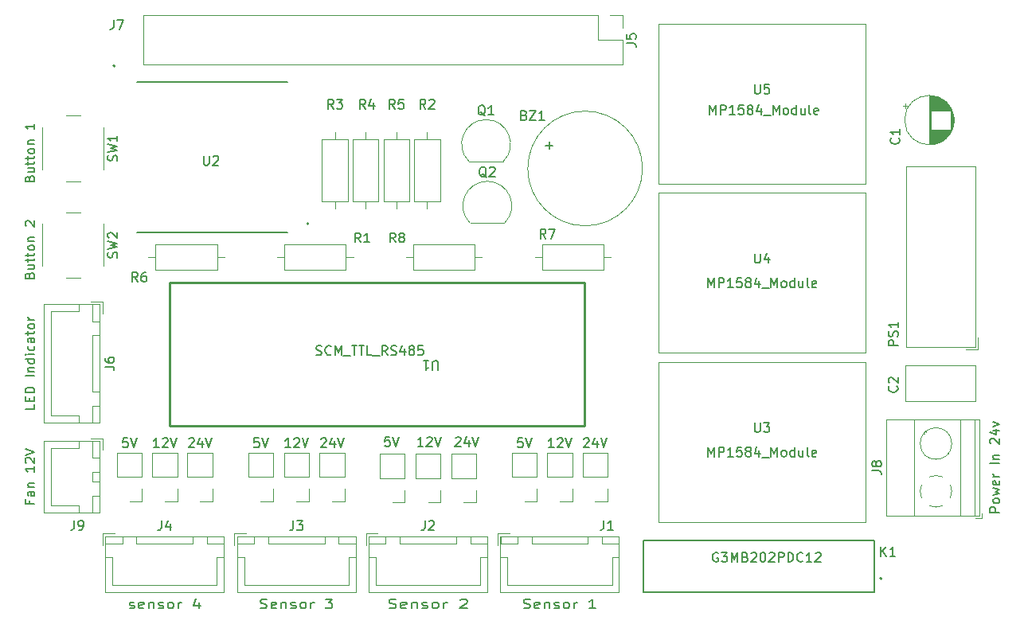
<source format=gbr>
%TF.GenerationSoftware,KiCad,Pcbnew,(6.0.5)*%
%TF.CreationDate,2022-07-22T00:32:43+07:00*%
%TF.ProjectId,MARUKO_RS485_Rev2,4d415255-4b4f-45f5-9253-3438355f5265,rev?*%
%TF.SameCoordinates,Original*%
%TF.FileFunction,Legend,Top*%
%TF.FilePolarity,Positive*%
%FSLAX46Y46*%
G04 Gerber Fmt 4.6, Leading zero omitted, Abs format (unit mm)*
G04 Created by KiCad (PCBNEW (6.0.5)) date 2022-07-22 00:32:43*
%MOMM*%
%LPD*%
G01*
G04 APERTURE LIST*
%ADD10C,0.150000*%
%ADD11C,0.120000*%
%ADD12C,0.200000*%
%ADD13C,0.250000*%
%ADD14C,0.127000*%
G04 APERTURE END LIST*
D10*
%TO.C,U4*%
X188238095Y-96452380D02*
X188238095Y-97261904D01*
X188285714Y-97357142D01*
X188333333Y-97404761D01*
X188428571Y-97452380D01*
X188619047Y-97452380D01*
X188714285Y-97404761D01*
X188761904Y-97357142D01*
X188809523Y-97261904D01*
X188809523Y-96452380D01*
X189714285Y-96785714D02*
X189714285Y-97452380D01*
X189476190Y-96404761D02*
X189238095Y-97119047D01*
X189857142Y-97119047D01*
X183261904Y-100052380D02*
X183261904Y-99052380D01*
X183595238Y-99766666D01*
X183928571Y-99052380D01*
X183928571Y-100052380D01*
X184404761Y-100052380D02*
X184404761Y-99052380D01*
X184785714Y-99052380D01*
X184880952Y-99100000D01*
X184928571Y-99147619D01*
X184976190Y-99242857D01*
X184976190Y-99385714D01*
X184928571Y-99480952D01*
X184880952Y-99528571D01*
X184785714Y-99576190D01*
X184404761Y-99576190D01*
X185928571Y-100052380D02*
X185357142Y-100052380D01*
X185642857Y-100052380D02*
X185642857Y-99052380D01*
X185547619Y-99195238D01*
X185452380Y-99290476D01*
X185357142Y-99338095D01*
X186833333Y-99052380D02*
X186357142Y-99052380D01*
X186309523Y-99528571D01*
X186357142Y-99480952D01*
X186452380Y-99433333D01*
X186690476Y-99433333D01*
X186785714Y-99480952D01*
X186833333Y-99528571D01*
X186880952Y-99623809D01*
X186880952Y-99861904D01*
X186833333Y-99957142D01*
X186785714Y-100004761D01*
X186690476Y-100052380D01*
X186452380Y-100052380D01*
X186357142Y-100004761D01*
X186309523Y-99957142D01*
X187452380Y-99480952D02*
X187357142Y-99433333D01*
X187309523Y-99385714D01*
X187261904Y-99290476D01*
X187261904Y-99242857D01*
X187309523Y-99147619D01*
X187357142Y-99100000D01*
X187452380Y-99052380D01*
X187642857Y-99052380D01*
X187738095Y-99100000D01*
X187785714Y-99147619D01*
X187833333Y-99242857D01*
X187833333Y-99290476D01*
X187785714Y-99385714D01*
X187738095Y-99433333D01*
X187642857Y-99480952D01*
X187452380Y-99480952D01*
X187357142Y-99528571D01*
X187309523Y-99576190D01*
X187261904Y-99671428D01*
X187261904Y-99861904D01*
X187309523Y-99957142D01*
X187357142Y-100004761D01*
X187452380Y-100052380D01*
X187642857Y-100052380D01*
X187738095Y-100004761D01*
X187785714Y-99957142D01*
X187833333Y-99861904D01*
X187833333Y-99671428D01*
X187785714Y-99576190D01*
X187738095Y-99528571D01*
X187642857Y-99480952D01*
X188690476Y-99385714D02*
X188690476Y-100052380D01*
X188452380Y-99004761D02*
X188214285Y-99719047D01*
X188833333Y-99719047D01*
X188976190Y-100147619D02*
X189738095Y-100147619D01*
X189976190Y-100052380D02*
X189976190Y-99052380D01*
X190309523Y-99766666D01*
X190642857Y-99052380D01*
X190642857Y-100052380D01*
X191261904Y-100052380D02*
X191166666Y-100004761D01*
X191119047Y-99957142D01*
X191071428Y-99861904D01*
X191071428Y-99576190D01*
X191119047Y-99480952D01*
X191166666Y-99433333D01*
X191261904Y-99385714D01*
X191404761Y-99385714D01*
X191500000Y-99433333D01*
X191547619Y-99480952D01*
X191595238Y-99576190D01*
X191595238Y-99861904D01*
X191547619Y-99957142D01*
X191500000Y-100004761D01*
X191404761Y-100052380D01*
X191261904Y-100052380D01*
X192452380Y-100052380D02*
X192452380Y-99052380D01*
X192452380Y-100004761D02*
X192357142Y-100052380D01*
X192166666Y-100052380D01*
X192071428Y-100004761D01*
X192023809Y-99957142D01*
X191976190Y-99861904D01*
X191976190Y-99576190D01*
X192023809Y-99480952D01*
X192071428Y-99433333D01*
X192166666Y-99385714D01*
X192357142Y-99385714D01*
X192452380Y-99433333D01*
X193357142Y-99385714D02*
X193357142Y-100052380D01*
X192928571Y-99385714D02*
X192928571Y-99909523D01*
X192976190Y-100004761D01*
X193071428Y-100052380D01*
X193214285Y-100052380D01*
X193309523Y-100004761D01*
X193357142Y-99957142D01*
X193976190Y-100052380D02*
X193880952Y-100004761D01*
X193833333Y-99909523D01*
X193833333Y-99052380D01*
X194738095Y-100004761D02*
X194642857Y-100052380D01*
X194452380Y-100052380D01*
X194357142Y-100004761D01*
X194309523Y-99909523D01*
X194309523Y-99528571D01*
X194357142Y-99433333D01*
X194452380Y-99385714D01*
X194642857Y-99385714D01*
X194738095Y-99433333D01*
X194785714Y-99528571D01*
X194785714Y-99623809D01*
X194309523Y-99719047D01*
%TO.C,R2*%
X153233333Y-81052380D02*
X152900000Y-80576190D01*
X152661904Y-81052380D02*
X152661904Y-80052380D01*
X153042857Y-80052380D01*
X153138095Y-80100000D01*
X153185714Y-80147619D01*
X153233333Y-80242857D01*
X153233333Y-80385714D01*
X153185714Y-80480952D01*
X153138095Y-80528571D01*
X153042857Y-80576190D01*
X152661904Y-80576190D01*
X153614285Y-80147619D02*
X153661904Y-80100000D01*
X153757142Y-80052380D01*
X153995238Y-80052380D01*
X154090476Y-80100000D01*
X154138095Y-80147619D01*
X154185714Y-80242857D01*
X154185714Y-80338095D01*
X154138095Y-80480952D01*
X153566666Y-81052380D01*
X154185714Y-81052380D01*
%TO.C,C1*%
X203557142Y-84166666D02*
X203604761Y-84214285D01*
X203652380Y-84357142D01*
X203652380Y-84452380D01*
X203604761Y-84595238D01*
X203509523Y-84690476D01*
X203414285Y-84738095D01*
X203223809Y-84785714D01*
X203080952Y-84785714D01*
X202890476Y-84738095D01*
X202795238Y-84690476D01*
X202700000Y-84595238D01*
X202652380Y-84452380D01*
X202652380Y-84357142D01*
X202700000Y-84214285D01*
X202747619Y-84166666D01*
X203652380Y-83214285D02*
X203652380Y-83785714D01*
X203652380Y-83500000D02*
X202652380Y-83500000D01*
X202795238Y-83595238D01*
X202890476Y-83690476D01*
X202938095Y-83785714D01*
%TO.C,JP9*%
X135509523Y-116082380D02*
X135033333Y-116082380D01*
X134985714Y-116558571D01*
X135033333Y-116510952D01*
X135128571Y-116463333D01*
X135366666Y-116463333D01*
X135461904Y-116510952D01*
X135509523Y-116558571D01*
X135557142Y-116653809D01*
X135557142Y-116891904D01*
X135509523Y-116987142D01*
X135461904Y-117034761D01*
X135366666Y-117082380D01*
X135128571Y-117082380D01*
X135033333Y-117034761D01*
X134985714Y-116987142D01*
X135842857Y-116082380D02*
X136176190Y-117082380D01*
X136509523Y-116082380D01*
%TO.C,SW2*%
X120404761Y-96883333D02*
X120452380Y-96740476D01*
X120452380Y-96502380D01*
X120404761Y-96407142D01*
X120357142Y-96359523D01*
X120261904Y-96311904D01*
X120166666Y-96311904D01*
X120071428Y-96359523D01*
X120023809Y-96407142D01*
X119976190Y-96502380D01*
X119928571Y-96692857D01*
X119880952Y-96788095D01*
X119833333Y-96835714D01*
X119738095Y-96883333D01*
X119642857Y-96883333D01*
X119547619Y-96835714D01*
X119500000Y-96788095D01*
X119452380Y-96692857D01*
X119452380Y-96454761D01*
X119500000Y-96311904D01*
X119452380Y-95978571D02*
X120452380Y-95740476D01*
X119738095Y-95550000D01*
X120452380Y-95359523D01*
X119452380Y-95121428D01*
X119547619Y-94788095D02*
X119500000Y-94740476D01*
X119452380Y-94645238D01*
X119452380Y-94407142D01*
X119500000Y-94311904D01*
X119547619Y-94264285D01*
X119642857Y-94216666D01*
X119738095Y-94216666D01*
X119880952Y-94264285D01*
X120452380Y-94835714D01*
X120452380Y-94216666D01*
X111128571Y-98764285D02*
X111176190Y-98621428D01*
X111223809Y-98573809D01*
X111319047Y-98526190D01*
X111461904Y-98526190D01*
X111557142Y-98573809D01*
X111604761Y-98621428D01*
X111652380Y-98716666D01*
X111652380Y-99097619D01*
X110652380Y-99097619D01*
X110652380Y-98764285D01*
X110700000Y-98669047D01*
X110747619Y-98621428D01*
X110842857Y-98573809D01*
X110938095Y-98573809D01*
X111033333Y-98621428D01*
X111080952Y-98669047D01*
X111128571Y-98764285D01*
X111128571Y-99097619D01*
X110985714Y-97669047D02*
X111652380Y-97669047D01*
X110985714Y-98097619D02*
X111509523Y-98097619D01*
X111604761Y-98050000D01*
X111652380Y-97954761D01*
X111652380Y-97811904D01*
X111604761Y-97716666D01*
X111557142Y-97669047D01*
X110985714Y-97335714D02*
X110985714Y-96954761D01*
X110652380Y-97192857D02*
X111509523Y-97192857D01*
X111604761Y-97145238D01*
X111652380Y-97050000D01*
X111652380Y-96954761D01*
X110985714Y-96764285D02*
X110985714Y-96383333D01*
X110652380Y-96621428D02*
X111509523Y-96621428D01*
X111604761Y-96573809D01*
X111652380Y-96478571D01*
X111652380Y-96383333D01*
X111652380Y-95907142D02*
X111604761Y-96002380D01*
X111557142Y-96050000D01*
X111461904Y-96097619D01*
X111176190Y-96097619D01*
X111080952Y-96050000D01*
X111033333Y-96002380D01*
X110985714Y-95907142D01*
X110985714Y-95764285D01*
X111033333Y-95669047D01*
X111080952Y-95621428D01*
X111176190Y-95573809D01*
X111461904Y-95573809D01*
X111557142Y-95621428D01*
X111604761Y-95669047D01*
X111652380Y-95764285D01*
X111652380Y-95907142D01*
X110985714Y-95145238D02*
X111652380Y-95145238D01*
X111080952Y-95145238D02*
X111033333Y-95097619D01*
X110985714Y-95002380D01*
X110985714Y-94859523D01*
X111033333Y-94764285D01*
X111128571Y-94716666D01*
X111652380Y-94716666D01*
X110747619Y-93526190D02*
X110700000Y-93478571D01*
X110652380Y-93383333D01*
X110652380Y-93145238D01*
X110700000Y-93050000D01*
X110747619Y-93002380D01*
X110842857Y-92954761D01*
X110938095Y-92954761D01*
X111080952Y-93002380D01*
X111652380Y-93573809D01*
X111652380Y-92954761D01*
%TO.C,R7*%
X166020001Y-94852380D02*
X165686668Y-94376190D01*
X165448572Y-94852380D02*
X165448572Y-93852380D01*
X165829525Y-93852380D01*
X165924763Y-93900000D01*
X165972382Y-93947619D01*
X166020001Y-94042857D01*
X166020001Y-94185714D01*
X165972382Y-94280952D01*
X165924763Y-94328571D01*
X165829525Y-94376190D01*
X165448572Y-94376190D01*
X166353334Y-93852380D02*
X167020001Y-93852380D01*
X166591429Y-94852380D01*
%TO.C,J7*%
X120054666Y-71606380D02*
X120054666Y-72320666D01*
X120007047Y-72463523D01*
X119911809Y-72558761D01*
X119768952Y-72606380D01*
X119673714Y-72606380D01*
X120435619Y-71606380D02*
X121102285Y-71606380D01*
X120673714Y-72606380D01*
%TO.C,R1*%
X146326667Y-95252380D02*
X145993334Y-94776190D01*
X145755238Y-95252380D02*
X145755238Y-94252380D01*
X146136191Y-94252380D01*
X146231429Y-94300000D01*
X146279048Y-94347619D01*
X146326667Y-94442857D01*
X146326667Y-94585714D01*
X146279048Y-94680952D01*
X146231429Y-94728571D01*
X146136191Y-94776190D01*
X145755238Y-94776190D01*
X147279048Y-95252380D02*
X146707619Y-95252380D01*
X146993334Y-95252380D02*
X146993334Y-94252380D01*
X146898095Y-94395238D01*
X146802857Y-94490476D01*
X146707619Y-94538095D01*
%TO.C,U5*%
X188238095Y-78452380D02*
X188238095Y-79261904D01*
X188285714Y-79357142D01*
X188333333Y-79404761D01*
X188428571Y-79452380D01*
X188619047Y-79452380D01*
X188714285Y-79404761D01*
X188761904Y-79357142D01*
X188809523Y-79261904D01*
X188809523Y-78452380D01*
X189761904Y-78452380D02*
X189285714Y-78452380D01*
X189238095Y-78928571D01*
X189285714Y-78880952D01*
X189380952Y-78833333D01*
X189619047Y-78833333D01*
X189714285Y-78880952D01*
X189761904Y-78928571D01*
X189809523Y-79023809D01*
X189809523Y-79261904D01*
X189761904Y-79357142D01*
X189714285Y-79404761D01*
X189619047Y-79452380D01*
X189380952Y-79452380D01*
X189285714Y-79404761D01*
X189238095Y-79357142D01*
X183461904Y-81652380D02*
X183461904Y-80652380D01*
X183795238Y-81366666D01*
X184128571Y-80652380D01*
X184128571Y-81652380D01*
X184604761Y-81652380D02*
X184604761Y-80652380D01*
X184985714Y-80652380D01*
X185080952Y-80700000D01*
X185128571Y-80747619D01*
X185176190Y-80842857D01*
X185176190Y-80985714D01*
X185128571Y-81080952D01*
X185080952Y-81128571D01*
X184985714Y-81176190D01*
X184604761Y-81176190D01*
X186128571Y-81652380D02*
X185557142Y-81652380D01*
X185842857Y-81652380D02*
X185842857Y-80652380D01*
X185747619Y-80795238D01*
X185652380Y-80890476D01*
X185557142Y-80938095D01*
X187033333Y-80652380D02*
X186557142Y-80652380D01*
X186509523Y-81128571D01*
X186557142Y-81080952D01*
X186652380Y-81033333D01*
X186890476Y-81033333D01*
X186985714Y-81080952D01*
X187033333Y-81128571D01*
X187080952Y-81223809D01*
X187080952Y-81461904D01*
X187033333Y-81557142D01*
X186985714Y-81604761D01*
X186890476Y-81652380D01*
X186652380Y-81652380D01*
X186557142Y-81604761D01*
X186509523Y-81557142D01*
X187652380Y-81080952D02*
X187557142Y-81033333D01*
X187509523Y-80985714D01*
X187461904Y-80890476D01*
X187461904Y-80842857D01*
X187509523Y-80747619D01*
X187557142Y-80700000D01*
X187652380Y-80652380D01*
X187842857Y-80652380D01*
X187938095Y-80700000D01*
X187985714Y-80747619D01*
X188033333Y-80842857D01*
X188033333Y-80890476D01*
X187985714Y-80985714D01*
X187938095Y-81033333D01*
X187842857Y-81080952D01*
X187652380Y-81080952D01*
X187557142Y-81128571D01*
X187509523Y-81176190D01*
X187461904Y-81271428D01*
X187461904Y-81461904D01*
X187509523Y-81557142D01*
X187557142Y-81604761D01*
X187652380Y-81652380D01*
X187842857Y-81652380D01*
X187938095Y-81604761D01*
X187985714Y-81557142D01*
X188033333Y-81461904D01*
X188033333Y-81271428D01*
X187985714Y-81176190D01*
X187938095Y-81128571D01*
X187842857Y-81080952D01*
X188890476Y-80985714D02*
X188890476Y-81652380D01*
X188652380Y-80604761D02*
X188414285Y-81319047D01*
X189033333Y-81319047D01*
X189176190Y-81747619D02*
X189938095Y-81747619D01*
X190176190Y-81652380D02*
X190176190Y-80652380D01*
X190509523Y-81366666D01*
X190842857Y-80652380D01*
X190842857Y-81652380D01*
X191461904Y-81652380D02*
X191366666Y-81604761D01*
X191319047Y-81557142D01*
X191271428Y-81461904D01*
X191271428Y-81176190D01*
X191319047Y-81080952D01*
X191366666Y-81033333D01*
X191461904Y-80985714D01*
X191604761Y-80985714D01*
X191700000Y-81033333D01*
X191747619Y-81080952D01*
X191795238Y-81176190D01*
X191795238Y-81461904D01*
X191747619Y-81557142D01*
X191700000Y-81604761D01*
X191604761Y-81652380D01*
X191461904Y-81652380D01*
X192652380Y-81652380D02*
X192652380Y-80652380D01*
X192652380Y-81604761D02*
X192557142Y-81652380D01*
X192366666Y-81652380D01*
X192271428Y-81604761D01*
X192223809Y-81557142D01*
X192176190Y-81461904D01*
X192176190Y-81176190D01*
X192223809Y-81080952D01*
X192271428Y-81033333D01*
X192366666Y-80985714D01*
X192557142Y-80985714D01*
X192652380Y-81033333D01*
X193557142Y-80985714D02*
X193557142Y-81652380D01*
X193128571Y-80985714D02*
X193128571Y-81509523D01*
X193176190Y-81604761D01*
X193271428Y-81652380D01*
X193414285Y-81652380D01*
X193509523Y-81604761D01*
X193557142Y-81557142D01*
X194176190Y-81652380D02*
X194080952Y-81604761D01*
X194033333Y-81509523D01*
X194033333Y-80652380D01*
X194938095Y-81604761D02*
X194842857Y-81652380D01*
X194652380Y-81652380D01*
X194557142Y-81604761D01*
X194509523Y-81509523D01*
X194509523Y-81128571D01*
X194557142Y-81033333D01*
X194652380Y-80985714D01*
X194842857Y-80985714D01*
X194938095Y-81033333D01*
X194985714Y-81128571D01*
X194985714Y-81223809D01*
X194509523Y-81319047D01*
%TO.C,J6*%
X119127380Y-108483333D02*
X119841666Y-108483333D01*
X119984523Y-108530952D01*
X120079761Y-108626190D01*
X120127380Y-108769047D01*
X120127380Y-108864285D01*
X119127380Y-107578571D02*
X119127380Y-107769047D01*
X119175000Y-107864285D01*
X119222619Y-107911904D01*
X119365476Y-108007142D01*
X119555952Y-108054761D01*
X119936904Y-108054761D01*
X120032142Y-108007142D01*
X120079761Y-107959523D01*
X120127380Y-107864285D01*
X120127380Y-107673809D01*
X120079761Y-107578571D01*
X120032142Y-107530952D01*
X119936904Y-107483333D01*
X119698809Y-107483333D01*
X119603571Y-107530952D01*
X119555952Y-107578571D01*
X119508333Y-107673809D01*
X119508333Y-107864285D01*
X119555952Y-107959523D01*
X119603571Y-108007142D01*
X119698809Y-108054761D01*
X111652380Y-112483333D02*
X111652380Y-112959523D01*
X110652380Y-112959523D01*
X111128571Y-112150000D02*
X111128571Y-111816666D01*
X111652380Y-111673809D02*
X111652380Y-112150000D01*
X110652380Y-112150000D01*
X110652380Y-111673809D01*
X111652380Y-111245238D02*
X110652380Y-111245238D01*
X110652380Y-111007142D01*
X110700000Y-110864285D01*
X110795238Y-110769047D01*
X110890476Y-110721428D01*
X111080952Y-110673809D01*
X111223809Y-110673809D01*
X111414285Y-110721428D01*
X111509523Y-110769047D01*
X111604761Y-110864285D01*
X111652380Y-111007142D01*
X111652380Y-111245238D01*
X111652380Y-109483333D02*
X110652380Y-109483333D01*
X110985714Y-109007142D02*
X111652380Y-109007142D01*
X111080952Y-109007142D02*
X111033333Y-108959523D01*
X110985714Y-108864285D01*
X110985714Y-108721428D01*
X111033333Y-108626190D01*
X111128571Y-108578571D01*
X111652380Y-108578571D01*
X111652380Y-107673809D02*
X110652380Y-107673809D01*
X111604761Y-107673809D02*
X111652380Y-107769047D01*
X111652380Y-107959523D01*
X111604761Y-108054761D01*
X111557142Y-108102380D01*
X111461904Y-108150000D01*
X111176190Y-108150000D01*
X111080952Y-108102380D01*
X111033333Y-108054761D01*
X110985714Y-107959523D01*
X110985714Y-107769047D01*
X111033333Y-107673809D01*
X111652380Y-107197619D02*
X110985714Y-107197619D01*
X110652380Y-107197619D02*
X110700000Y-107245238D01*
X110747619Y-107197619D01*
X110700000Y-107150000D01*
X110652380Y-107197619D01*
X110747619Y-107197619D01*
X111604761Y-106292857D02*
X111652380Y-106388095D01*
X111652380Y-106578571D01*
X111604761Y-106673809D01*
X111557142Y-106721428D01*
X111461904Y-106769047D01*
X111176190Y-106769047D01*
X111080952Y-106721428D01*
X111033333Y-106673809D01*
X110985714Y-106578571D01*
X110985714Y-106388095D01*
X111033333Y-106292857D01*
X111652380Y-105435714D02*
X111128571Y-105435714D01*
X111033333Y-105483333D01*
X110985714Y-105578571D01*
X110985714Y-105769047D01*
X111033333Y-105864285D01*
X111604761Y-105435714D02*
X111652380Y-105530952D01*
X111652380Y-105769047D01*
X111604761Y-105864285D01*
X111509523Y-105911904D01*
X111414285Y-105911904D01*
X111319047Y-105864285D01*
X111271428Y-105769047D01*
X111271428Y-105530952D01*
X111223809Y-105435714D01*
X110985714Y-105102380D02*
X110985714Y-104721428D01*
X110652380Y-104959523D02*
X111509523Y-104959523D01*
X111604761Y-104911904D01*
X111652380Y-104816666D01*
X111652380Y-104721428D01*
X111652380Y-104245238D02*
X111604761Y-104340476D01*
X111557142Y-104388095D01*
X111461904Y-104435714D01*
X111176190Y-104435714D01*
X111080952Y-104388095D01*
X111033333Y-104340476D01*
X110985714Y-104245238D01*
X110985714Y-104102380D01*
X111033333Y-104007142D01*
X111080952Y-103959523D01*
X111176190Y-103911904D01*
X111461904Y-103911904D01*
X111557142Y-103959523D01*
X111604761Y-104007142D01*
X111652380Y-104102380D01*
X111652380Y-104245238D01*
X111652380Y-103483333D02*
X110985714Y-103483333D01*
X111176190Y-103483333D02*
X111080952Y-103435714D01*
X111033333Y-103388095D01*
X110985714Y-103292857D01*
X110985714Y-103197619D01*
%TO.C,J4*%
X125166666Y-124877380D02*
X125166666Y-125591666D01*
X125119047Y-125734523D01*
X125023809Y-125829761D01*
X124880952Y-125877380D01*
X124785714Y-125877380D01*
X126071428Y-125210714D02*
X126071428Y-125877380D01*
X125833333Y-124829761D02*
X125595238Y-125544047D01*
X126214285Y-125544047D01*
X121757142Y-134154761D02*
X121871428Y-134202380D01*
X122100000Y-134202380D01*
X122214285Y-134154761D01*
X122271428Y-134059523D01*
X122271428Y-134011904D01*
X122214285Y-133916666D01*
X122100000Y-133869047D01*
X121928571Y-133869047D01*
X121814285Y-133821428D01*
X121757142Y-133726190D01*
X121757142Y-133678571D01*
X121814285Y-133583333D01*
X121928571Y-133535714D01*
X122100000Y-133535714D01*
X122214285Y-133583333D01*
X123242857Y-134154761D02*
X123128571Y-134202380D01*
X122900000Y-134202380D01*
X122785714Y-134154761D01*
X122728571Y-134059523D01*
X122728571Y-133678571D01*
X122785714Y-133583333D01*
X122900000Y-133535714D01*
X123128571Y-133535714D01*
X123242857Y-133583333D01*
X123300000Y-133678571D01*
X123300000Y-133773809D01*
X122728571Y-133869047D01*
X123814285Y-133535714D02*
X123814285Y-134202380D01*
X123814285Y-133630952D02*
X123871428Y-133583333D01*
X123985714Y-133535714D01*
X124157142Y-133535714D01*
X124271428Y-133583333D01*
X124328571Y-133678571D01*
X124328571Y-134202380D01*
X124842857Y-134154761D02*
X124957142Y-134202380D01*
X125185714Y-134202380D01*
X125300000Y-134154761D01*
X125357142Y-134059523D01*
X125357142Y-134011904D01*
X125300000Y-133916666D01*
X125185714Y-133869047D01*
X125014285Y-133869047D01*
X124900000Y-133821428D01*
X124842857Y-133726190D01*
X124842857Y-133678571D01*
X124900000Y-133583333D01*
X125014285Y-133535714D01*
X125185714Y-133535714D01*
X125300000Y-133583333D01*
X126042857Y-134202380D02*
X125928571Y-134154761D01*
X125871428Y-134107142D01*
X125814285Y-134011904D01*
X125814285Y-133726190D01*
X125871428Y-133630952D01*
X125928571Y-133583333D01*
X126042857Y-133535714D01*
X126214285Y-133535714D01*
X126328571Y-133583333D01*
X126385714Y-133630952D01*
X126442857Y-133726190D01*
X126442857Y-134011904D01*
X126385714Y-134107142D01*
X126328571Y-134154761D01*
X126214285Y-134202380D01*
X126042857Y-134202380D01*
X126957142Y-134202380D02*
X126957142Y-133535714D01*
X126957142Y-133726190D02*
X127014285Y-133630952D01*
X127071428Y-133583333D01*
X127185714Y-133535714D01*
X127300000Y-133535714D01*
X129128571Y-133535714D02*
X129128571Y-134202380D01*
X128842857Y-133154761D02*
X128557142Y-133869047D01*
X129300000Y-133869047D01*
%TO.C,R8*%
X150033333Y-95252380D02*
X149700000Y-94776190D01*
X149461904Y-95252380D02*
X149461904Y-94252380D01*
X149842857Y-94252380D01*
X149938095Y-94300000D01*
X149985714Y-94347619D01*
X150033333Y-94442857D01*
X150033333Y-94585714D01*
X149985714Y-94680952D01*
X149938095Y-94728571D01*
X149842857Y-94776190D01*
X149461904Y-94776190D01*
X150604761Y-94680952D02*
X150509523Y-94633333D01*
X150461904Y-94585714D01*
X150414285Y-94490476D01*
X150414285Y-94442857D01*
X150461904Y-94347619D01*
X150509523Y-94300000D01*
X150604761Y-94252380D01*
X150795238Y-94252380D01*
X150890476Y-94300000D01*
X150938095Y-94347619D01*
X150985714Y-94442857D01*
X150985714Y-94490476D01*
X150938095Y-94585714D01*
X150890476Y-94633333D01*
X150795238Y-94680952D01*
X150604761Y-94680952D01*
X150509523Y-94728571D01*
X150461904Y-94776190D01*
X150414285Y-94871428D01*
X150414285Y-95061904D01*
X150461904Y-95157142D01*
X150509523Y-95204761D01*
X150604761Y-95252380D01*
X150795238Y-95252380D01*
X150890476Y-95204761D01*
X150938095Y-95157142D01*
X150985714Y-95061904D01*
X150985714Y-94871428D01*
X150938095Y-94776190D01*
X150890476Y-94728571D01*
X150795238Y-94680952D01*
%TO.C,J9*%
X115866666Y-124852380D02*
X115866666Y-125566666D01*
X115819047Y-125709523D01*
X115723809Y-125804761D01*
X115580952Y-125852380D01*
X115485714Y-125852380D01*
X116390476Y-125852380D02*
X116580952Y-125852380D01*
X116676190Y-125804761D01*
X116723809Y-125757142D01*
X116819047Y-125614285D01*
X116866666Y-125423809D01*
X116866666Y-125042857D01*
X116819047Y-124947619D01*
X116771428Y-124900000D01*
X116676190Y-124852380D01*
X116485714Y-124852380D01*
X116390476Y-124900000D01*
X116342857Y-124947619D01*
X116295238Y-125042857D01*
X116295238Y-125280952D01*
X116342857Y-125376190D01*
X116390476Y-125423809D01*
X116485714Y-125471428D01*
X116676190Y-125471428D01*
X116771428Y-125423809D01*
X116819047Y-125376190D01*
X116866666Y-125280952D01*
X111128571Y-122723809D02*
X111128571Y-123057142D01*
X111652380Y-123057142D02*
X110652380Y-123057142D01*
X110652380Y-122580952D01*
X111652380Y-121771428D02*
X111128571Y-121771428D01*
X111033333Y-121819047D01*
X110985714Y-121914285D01*
X110985714Y-122104761D01*
X111033333Y-122200000D01*
X111604761Y-121771428D02*
X111652380Y-121866666D01*
X111652380Y-122104761D01*
X111604761Y-122200000D01*
X111509523Y-122247619D01*
X111414285Y-122247619D01*
X111319047Y-122200000D01*
X111271428Y-122104761D01*
X111271428Y-121866666D01*
X111223809Y-121771428D01*
X110985714Y-121295238D02*
X111652380Y-121295238D01*
X111080952Y-121295238D02*
X111033333Y-121247619D01*
X110985714Y-121152380D01*
X110985714Y-121009523D01*
X111033333Y-120914285D01*
X111128571Y-120866666D01*
X111652380Y-120866666D01*
X111652380Y-119104761D02*
X111652380Y-119676190D01*
X111652380Y-119390476D02*
X110652380Y-119390476D01*
X110795238Y-119485714D01*
X110890476Y-119580952D01*
X110938095Y-119676190D01*
X110747619Y-118723809D02*
X110700000Y-118676190D01*
X110652380Y-118580952D01*
X110652380Y-118342857D01*
X110700000Y-118247619D01*
X110747619Y-118200000D01*
X110842857Y-118152380D01*
X110938095Y-118152380D01*
X111080952Y-118200000D01*
X111652380Y-118771428D01*
X111652380Y-118152380D01*
X110652380Y-117866666D02*
X111652380Y-117533333D01*
X110652380Y-117200000D01*
%TO.C,U1*%
X154561904Y-108847619D02*
X154561904Y-108038095D01*
X154514285Y-107942857D01*
X154466666Y-107895238D01*
X154371428Y-107847619D01*
X154180952Y-107847619D01*
X154085714Y-107895238D01*
X154038095Y-107942857D01*
X153990476Y-108038095D01*
X153990476Y-108847619D01*
X152990476Y-107847619D02*
X153561904Y-107847619D01*
X153276190Y-107847619D02*
X153276190Y-108847619D01*
X153371428Y-108704761D01*
X153466666Y-108609523D01*
X153561904Y-108561904D01*
X141609523Y-107204761D02*
X141752380Y-107252380D01*
X141990476Y-107252380D01*
X142085714Y-107204761D01*
X142133333Y-107157142D01*
X142180952Y-107061904D01*
X142180952Y-106966666D01*
X142133333Y-106871428D01*
X142085714Y-106823809D01*
X141990476Y-106776190D01*
X141800000Y-106728571D01*
X141704761Y-106680952D01*
X141657142Y-106633333D01*
X141609523Y-106538095D01*
X141609523Y-106442857D01*
X141657142Y-106347619D01*
X141704761Y-106300000D01*
X141800000Y-106252380D01*
X142038095Y-106252380D01*
X142180952Y-106300000D01*
X143180952Y-107157142D02*
X143133333Y-107204761D01*
X142990476Y-107252380D01*
X142895238Y-107252380D01*
X142752380Y-107204761D01*
X142657142Y-107109523D01*
X142609523Y-107014285D01*
X142561904Y-106823809D01*
X142561904Y-106680952D01*
X142609523Y-106490476D01*
X142657142Y-106395238D01*
X142752380Y-106300000D01*
X142895238Y-106252380D01*
X142990476Y-106252380D01*
X143133333Y-106300000D01*
X143180952Y-106347619D01*
X143609523Y-107252380D02*
X143609523Y-106252380D01*
X143942857Y-106966666D01*
X144276190Y-106252380D01*
X144276190Y-107252380D01*
X144514285Y-107347619D02*
X145276190Y-107347619D01*
X145371428Y-106252380D02*
X145942857Y-106252380D01*
X145657142Y-107252380D02*
X145657142Y-106252380D01*
X146133333Y-106252380D02*
X146704761Y-106252380D01*
X146419047Y-107252380D02*
X146419047Y-106252380D01*
X147514285Y-107252380D02*
X147038095Y-107252380D01*
X147038095Y-106252380D01*
X147609523Y-107347619D02*
X148371428Y-107347619D01*
X149180952Y-107252380D02*
X148847619Y-106776190D01*
X148609523Y-107252380D02*
X148609523Y-106252380D01*
X148990476Y-106252380D01*
X149085714Y-106300000D01*
X149133333Y-106347619D01*
X149180952Y-106442857D01*
X149180952Y-106585714D01*
X149133333Y-106680952D01*
X149085714Y-106728571D01*
X148990476Y-106776190D01*
X148609523Y-106776190D01*
X149561904Y-107204761D02*
X149704761Y-107252380D01*
X149942857Y-107252380D01*
X150038095Y-107204761D01*
X150085714Y-107157142D01*
X150133333Y-107061904D01*
X150133333Y-106966666D01*
X150085714Y-106871428D01*
X150038095Y-106823809D01*
X149942857Y-106776190D01*
X149752380Y-106728571D01*
X149657142Y-106680952D01*
X149609523Y-106633333D01*
X149561904Y-106538095D01*
X149561904Y-106442857D01*
X149609523Y-106347619D01*
X149657142Y-106300000D01*
X149752380Y-106252380D01*
X149990476Y-106252380D01*
X150133333Y-106300000D01*
X150990476Y-106585714D02*
X150990476Y-107252380D01*
X150752380Y-106204761D02*
X150514285Y-106919047D01*
X151133333Y-106919047D01*
X151657142Y-106680952D02*
X151561904Y-106633333D01*
X151514285Y-106585714D01*
X151466666Y-106490476D01*
X151466666Y-106442857D01*
X151514285Y-106347619D01*
X151561904Y-106300000D01*
X151657142Y-106252380D01*
X151847619Y-106252380D01*
X151942857Y-106300000D01*
X151990476Y-106347619D01*
X152038095Y-106442857D01*
X152038095Y-106490476D01*
X151990476Y-106585714D01*
X151942857Y-106633333D01*
X151847619Y-106680952D01*
X151657142Y-106680952D01*
X151561904Y-106728571D01*
X151514285Y-106776190D01*
X151466666Y-106871428D01*
X151466666Y-107061904D01*
X151514285Y-107157142D01*
X151561904Y-107204761D01*
X151657142Y-107252380D01*
X151847619Y-107252380D01*
X151942857Y-107204761D01*
X151990476Y-107157142D01*
X152038095Y-107061904D01*
X152038095Y-106871428D01*
X151990476Y-106776190D01*
X151942857Y-106728571D01*
X151847619Y-106680952D01*
X152942857Y-106252380D02*
X152466666Y-106252380D01*
X152419047Y-106728571D01*
X152466666Y-106680952D01*
X152561904Y-106633333D01*
X152800000Y-106633333D01*
X152895238Y-106680952D01*
X152942857Y-106728571D01*
X152990476Y-106823809D01*
X152990476Y-107061904D01*
X152942857Y-107157142D01*
X152895238Y-107204761D01*
X152800000Y-107252380D01*
X152561904Y-107252380D01*
X152466666Y-107204761D01*
X152419047Y-107157142D01*
%TO.C,JP11*%
X152980952Y-116959880D02*
X152409523Y-116959880D01*
X152695238Y-116959880D02*
X152695238Y-115959880D01*
X152600000Y-116102738D01*
X152504761Y-116197976D01*
X152409523Y-116245595D01*
X153361904Y-116055119D02*
X153409523Y-116007500D01*
X153504761Y-115959880D01*
X153742857Y-115959880D01*
X153838095Y-116007500D01*
X153885714Y-116055119D01*
X153933333Y-116150357D01*
X153933333Y-116245595D01*
X153885714Y-116388452D01*
X153314285Y-116959880D01*
X153933333Y-116959880D01*
X154219047Y-115959880D02*
X154552380Y-116959880D01*
X154885714Y-115959880D01*
%TO.C,J8*%
X200697380Y-119538333D02*
X201411666Y-119538333D01*
X201554523Y-119585952D01*
X201649761Y-119681190D01*
X201697380Y-119824047D01*
X201697380Y-119919285D01*
X201125952Y-118919285D02*
X201078333Y-119014523D01*
X201030714Y-119062142D01*
X200935476Y-119109761D01*
X200887857Y-119109761D01*
X200792619Y-119062142D01*
X200745000Y-119014523D01*
X200697380Y-118919285D01*
X200697380Y-118728809D01*
X200745000Y-118633571D01*
X200792619Y-118585952D01*
X200887857Y-118538333D01*
X200935476Y-118538333D01*
X201030714Y-118585952D01*
X201078333Y-118633571D01*
X201125952Y-118728809D01*
X201125952Y-118919285D01*
X201173571Y-119014523D01*
X201221190Y-119062142D01*
X201316428Y-119109761D01*
X201506904Y-119109761D01*
X201602142Y-119062142D01*
X201649761Y-119014523D01*
X201697380Y-118919285D01*
X201697380Y-118728809D01*
X201649761Y-118633571D01*
X201602142Y-118585952D01*
X201506904Y-118538333D01*
X201316428Y-118538333D01*
X201221190Y-118585952D01*
X201173571Y-118633571D01*
X201125952Y-118728809D01*
X214252380Y-123966904D02*
X213252380Y-123966904D01*
X213252380Y-123585952D01*
X213300000Y-123490714D01*
X213347619Y-123443095D01*
X213442857Y-123395476D01*
X213585714Y-123395476D01*
X213680952Y-123443095D01*
X213728571Y-123490714D01*
X213776190Y-123585952D01*
X213776190Y-123966904D01*
X214252380Y-122824047D02*
X214204761Y-122919285D01*
X214157142Y-122966904D01*
X214061904Y-123014523D01*
X213776190Y-123014523D01*
X213680952Y-122966904D01*
X213633333Y-122919285D01*
X213585714Y-122824047D01*
X213585714Y-122681190D01*
X213633333Y-122585952D01*
X213680952Y-122538333D01*
X213776190Y-122490714D01*
X214061904Y-122490714D01*
X214157142Y-122538333D01*
X214204761Y-122585952D01*
X214252380Y-122681190D01*
X214252380Y-122824047D01*
X213585714Y-122157380D02*
X214252380Y-121966904D01*
X213776190Y-121776428D01*
X214252380Y-121585952D01*
X213585714Y-121395476D01*
X214204761Y-120633571D02*
X214252380Y-120728809D01*
X214252380Y-120919285D01*
X214204761Y-121014523D01*
X214109523Y-121062142D01*
X213728571Y-121062142D01*
X213633333Y-121014523D01*
X213585714Y-120919285D01*
X213585714Y-120728809D01*
X213633333Y-120633571D01*
X213728571Y-120585952D01*
X213823809Y-120585952D01*
X213919047Y-121062142D01*
X214252380Y-120157380D02*
X213585714Y-120157380D01*
X213776190Y-120157380D02*
X213680952Y-120109761D01*
X213633333Y-120062142D01*
X213585714Y-119966904D01*
X213585714Y-119871666D01*
X214252380Y-118776428D02*
X213252380Y-118776428D01*
X213585714Y-118300238D02*
X214252380Y-118300238D01*
X213680952Y-118300238D02*
X213633333Y-118252619D01*
X213585714Y-118157380D01*
X213585714Y-118014523D01*
X213633333Y-117919285D01*
X213728571Y-117871666D01*
X214252380Y-117871666D01*
X213347619Y-116681190D02*
X213300000Y-116633571D01*
X213252380Y-116538333D01*
X213252380Y-116300238D01*
X213300000Y-116205000D01*
X213347619Y-116157380D01*
X213442857Y-116109761D01*
X213538095Y-116109761D01*
X213680952Y-116157380D01*
X214252380Y-116728809D01*
X214252380Y-116109761D01*
X213585714Y-115252619D02*
X214252380Y-115252619D01*
X213204761Y-115490714D02*
X213919047Y-115728809D01*
X213919047Y-115109761D01*
X213585714Y-114824047D02*
X214252380Y-114585952D01*
X213585714Y-114347857D01*
%TO.C,SW1*%
X120404761Y-86583333D02*
X120452380Y-86440476D01*
X120452380Y-86202380D01*
X120404761Y-86107142D01*
X120357142Y-86059523D01*
X120261904Y-86011904D01*
X120166666Y-86011904D01*
X120071428Y-86059523D01*
X120023809Y-86107142D01*
X119976190Y-86202380D01*
X119928571Y-86392857D01*
X119880952Y-86488095D01*
X119833333Y-86535714D01*
X119738095Y-86583333D01*
X119642857Y-86583333D01*
X119547619Y-86535714D01*
X119500000Y-86488095D01*
X119452380Y-86392857D01*
X119452380Y-86154761D01*
X119500000Y-86011904D01*
X119452380Y-85678571D02*
X120452380Y-85440476D01*
X119738095Y-85250000D01*
X120452380Y-85059523D01*
X119452380Y-84821428D01*
X120452380Y-83916666D02*
X120452380Y-84488095D01*
X120452380Y-84202380D02*
X119452380Y-84202380D01*
X119595238Y-84297619D01*
X119690476Y-84392857D01*
X119738095Y-84488095D01*
X111128571Y-88464285D02*
X111176190Y-88321428D01*
X111223809Y-88273809D01*
X111319047Y-88226190D01*
X111461904Y-88226190D01*
X111557142Y-88273809D01*
X111604761Y-88321428D01*
X111652380Y-88416666D01*
X111652380Y-88797619D01*
X110652380Y-88797619D01*
X110652380Y-88464285D01*
X110700000Y-88369047D01*
X110747619Y-88321428D01*
X110842857Y-88273809D01*
X110938095Y-88273809D01*
X111033333Y-88321428D01*
X111080952Y-88369047D01*
X111128571Y-88464285D01*
X111128571Y-88797619D01*
X110985714Y-87369047D02*
X111652380Y-87369047D01*
X110985714Y-87797619D02*
X111509523Y-87797619D01*
X111604761Y-87750000D01*
X111652380Y-87654761D01*
X111652380Y-87511904D01*
X111604761Y-87416666D01*
X111557142Y-87369047D01*
X110985714Y-87035714D02*
X110985714Y-86654761D01*
X110652380Y-86892857D02*
X111509523Y-86892857D01*
X111604761Y-86845238D01*
X111652380Y-86750000D01*
X111652380Y-86654761D01*
X110985714Y-86464285D02*
X110985714Y-86083333D01*
X110652380Y-86321428D02*
X111509523Y-86321428D01*
X111604761Y-86273809D01*
X111652380Y-86178571D01*
X111652380Y-86083333D01*
X111652380Y-85607142D02*
X111604761Y-85702380D01*
X111557142Y-85750000D01*
X111461904Y-85797619D01*
X111176190Y-85797619D01*
X111080952Y-85750000D01*
X111033333Y-85702380D01*
X110985714Y-85607142D01*
X110985714Y-85464285D01*
X111033333Y-85369047D01*
X111080952Y-85321428D01*
X111176190Y-85273809D01*
X111461904Y-85273809D01*
X111557142Y-85321428D01*
X111604761Y-85369047D01*
X111652380Y-85464285D01*
X111652380Y-85607142D01*
X110985714Y-84845238D02*
X111652380Y-84845238D01*
X111080952Y-84845238D02*
X111033333Y-84797619D01*
X110985714Y-84702380D01*
X110985714Y-84559523D01*
X111033333Y-84464285D01*
X111128571Y-84416666D01*
X111652380Y-84416666D01*
X111652380Y-82654761D02*
X111652380Y-83226190D01*
X111652380Y-82940476D02*
X110652380Y-82940476D01*
X110795238Y-83035714D01*
X110890476Y-83130952D01*
X110938095Y-83226190D01*
%TO.C,JP8*%
X138880952Y-117082380D02*
X138309523Y-117082380D01*
X138595238Y-117082380D02*
X138595238Y-116082380D01*
X138500000Y-116225238D01*
X138404761Y-116320476D01*
X138309523Y-116368095D01*
X139261904Y-116177619D02*
X139309523Y-116130000D01*
X139404761Y-116082380D01*
X139642857Y-116082380D01*
X139738095Y-116130000D01*
X139785714Y-116177619D01*
X139833333Y-116272857D01*
X139833333Y-116368095D01*
X139785714Y-116510952D01*
X139214285Y-117082380D01*
X139833333Y-117082380D01*
X140119047Y-116082380D02*
X140452380Y-117082380D01*
X140785714Y-116082380D01*
%TO.C,PS1*%
X203452380Y-106214285D02*
X202452380Y-106214285D01*
X202452380Y-105833333D01*
X202500000Y-105738095D01*
X202547619Y-105690476D01*
X202642857Y-105642857D01*
X202785714Y-105642857D01*
X202880952Y-105690476D01*
X202928571Y-105738095D01*
X202976190Y-105833333D01*
X202976190Y-106214285D01*
X203404761Y-105261904D02*
X203452380Y-105119047D01*
X203452380Y-104880952D01*
X203404761Y-104785714D01*
X203357142Y-104738095D01*
X203261904Y-104690476D01*
X203166666Y-104690476D01*
X203071428Y-104738095D01*
X203023809Y-104785714D01*
X202976190Y-104880952D01*
X202928571Y-105071428D01*
X202880952Y-105166666D01*
X202833333Y-105214285D01*
X202738095Y-105261904D01*
X202642857Y-105261904D01*
X202547619Y-105214285D01*
X202500000Y-105166666D01*
X202452380Y-105071428D01*
X202452380Y-104833333D01*
X202500000Y-104690476D01*
X203452380Y-103738095D02*
X203452380Y-104309523D01*
X203452380Y-104023809D02*
X202452380Y-104023809D01*
X202595238Y-104119047D01*
X202690476Y-104214285D01*
X202738095Y-104309523D01*
%TO.C,JP4*%
X128059523Y-116172619D02*
X128107142Y-116125000D01*
X128202380Y-116077380D01*
X128440476Y-116077380D01*
X128535714Y-116125000D01*
X128583333Y-116172619D01*
X128630952Y-116267857D01*
X128630952Y-116363095D01*
X128583333Y-116505952D01*
X128011904Y-117077380D01*
X128630952Y-117077380D01*
X129488095Y-116410714D02*
X129488095Y-117077380D01*
X129250000Y-116029761D02*
X129011904Y-116744047D01*
X129630952Y-116744047D01*
X129869047Y-116077380D02*
X130202380Y-117077380D01*
X130535714Y-116077380D01*
%TO.C,JP1*%
X170059523Y-116177619D02*
X170107142Y-116130000D01*
X170202380Y-116082380D01*
X170440476Y-116082380D01*
X170535714Y-116130000D01*
X170583333Y-116177619D01*
X170630952Y-116272857D01*
X170630952Y-116368095D01*
X170583333Y-116510952D01*
X170011904Y-117082380D01*
X170630952Y-117082380D01*
X171488095Y-116415714D02*
X171488095Y-117082380D01*
X171250000Y-116034761D02*
X171011904Y-116749047D01*
X171630952Y-116749047D01*
X171869047Y-116082380D02*
X172202380Y-117082380D01*
X172535714Y-116082380D01*
%TO.C,Q1*%
X159574761Y-81787619D02*
X159479523Y-81740000D01*
X159384285Y-81644761D01*
X159241428Y-81501904D01*
X159146190Y-81454285D01*
X159050952Y-81454285D01*
X159098571Y-81692380D02*
X159003333Y-81644761D01*
X158908095Y-81549523D01*
X158860476Y-81359047D01*
X158860476Y-81025714D01*
X158908095Y-80835238D01*
X159003333Y-80740000D01*
X159098571Y-80692380D01*
X159289047Y-80692380D01*
X159384285Y-80740000D01*
X159479523Y-80835238D01*
X159527142Y-81025714D01*
X159527142Y-81359047D01*
X159479523Y-81549523D01*
X159384285Y-81644761D01*
X159289047Y-81692380D01*
X159098571Y-81692380D01*
X160479523Y-81692380D02*
X159908095Y-81692380D01*
X160193809Y-81692380D02*
X160193809Y-80692380D01*
X160098571Y-80835238D01*
X160003333Y-80930476D01*
X159908095Y-80978095D01*
%TO.C,R4*%
X146833333Y-81052380D02*
X146500000Y-80576190D01*
X146261904Y-81052380D02*
X146261904Y-80052380D01*
X146642857Y-80052380D01*
X146738095Y-80100000D01*
X146785714Y-80147619D01*
X146833333Y-80242857D01*
X146833333Y-80385714D01*
X146785714Y-80480952D01*
X146738095Y-80528571D01*
X146642857Y-80576190D01*
X146261904Y-80576190D01*
X147690476Y-80385714D02*
X147690476Y-81052380D01*
X147452380Y-80004761D02*
X147214285Y-80719047D01*
X147833333Y-80719047D01*
%TO.C,J3*%
X139166666Y-124877380D02*
X139166666Y-125591666D01*
X139119047Y-125734523D01*
X139023809Y-125829761D01*
X138880952Y-125877380D01*
X138785714Y-125877380D01*
X139547619Y-124877380D02*
X140166666Y-124877380D01*
X139833333Y-125258333D01*
X139976190Y-125258333D01*
X140071428Y-125305952D01*
X140119047Y-125353571D01*
X140166666Y-125448809D01*
X140166666Y-125686904D01*
X140119047Y-125782142D01*
X140071428Y-125829761D01*
X139976190Y-125877380D01*
X139690476Y-125877380D01*
X139595238Y-125829761D01*
X139547619Y-125782142D01*
X135671428Y-134154761D02*
X135842857Y-134202380D01*
X136128571Y-134202380D01*
X136242857Y-134154761D01*
X136300000Y-134107142D01*
X136357142Y-134011904D01*
X136357142Y-133916666D01*
X136300000Y-133821428D01*
X136242857Y-133773809D01*
X136128571Y-133726190D01*
X135900000Y-133678571D01*
X135785714Y-133630952D01*
X135728571Y-133583333D01*
X135671428Y-133488095D01*
X135671428Y-133392857D01*
X135728571Y-133297619D01*
X135785714Y-133250000D01*
X135900000Y-133202380D01*
X136185714Y-133202380D01*
X136357142Y-133250000D01*
X137328571Y-134154761D02*
X137214285Y-134202380D01*
X136985714Y-134202380D01*
X136871428Y-134154761D01*
X136814285Y-134059523D01*
X136814285Y-133678571D01*
X136871428Y-133583333D01*
X136985714Y-133535714D01*
X137214285Y-133535714D01*
X137328571Y-133583333D01*
X137385714Y-133678571D01*
X137385714Y-133773809D01*
X136814285Y-133869047D01*
X137900000Y-133535714D02*
X137900000Y-134202380D01*
X137900000Y-133630952D02*
X137957142Y-133583333D01*
X138071428Y-133535714D01*
X138242857Y-133535714D01*
X138357142Y-133583333D01*
X138414285Y-133678571D01*
X138414285Y-134202380D01*
X138928571Y-134154761D02*
X139042857Y-134202380D01*
X139271428Y-134202380D01*
X139385714Y-134154761D01*
X139442857Y-134059523D01*
X139442857Y-134011904D01*
X139385714Y-133916666D01*
X139271428Y-133869047D01*
X139100000Y-133869047D01*
X138985714Y-133821428D01*
X138928571Y-133726190D01*
X138928571Y-133678571D01*
X138985714Y-133583333D01*
X139100000Y-133535714D01*
X139271428Y-133535714D01*
X139385714Y-133583333D01*
X140128571Y-134202380D02*
X140014285Y-134154761D01*
X139957142Y-134107142D01*
X139900000Y-134011904D01*
X139900000Y-133726190D01*
X139957142Y-133630952D01*
X140014285Y-133583333D01*
X140128571Y-133535714D01*
X140300000Y-133535714D01*
X140414285Y-133583333D01*
X140471428Y-133630952D01*
X140528571Y-133726190D01*
X140528571Y-134011904D01*
X140471428Y-134107142D01*
X140414285Y-134154761D01*
X140300000Y-134202380D01*
X140128571Y-134202380D01*
X141042857Y-134202380D02*
X141042857Y-133535714D01*
X141042857Y-133726190D02*
X141100000Y-133630952D01*
X141157142Y-133583333D01*
X141271428Y-133535714D01*
X141385714Y-133535714D01*
X142585714Y-133202380D02*
X143328571Y-133202380D01*
X142928571Y-133583333D01*
X143100000Y-133583333D01*
X143214285Y-133630952D01*
X143271428Y-133678571D01*
X143328571Y-133773809D01*
X143328571Y-134011904D01*
X143271428Y-134107142D01*
X143214285Y-134154761D01*
X143100000Y-134202380D01*
X142757142Y-134202380D01*
X142642857Y-134154761D01*
X142585714Y-134107142D01*
%TO.C,J5*%
X174607380Y-74063333D02*
X175321666Y-74063333D01*
X175464523Y-74110952D01*
X175559761Y-74206190D01*
X175607380Y-74349047D01*
X175607380Y-74444285D01*
X174607380Y-73110952D02*
X174607380Y-73587142D01*
X175083571Y-73634761D01*
X175035952Y-73587142D01*
X174988333Y-73491904D01*
X174988333Y-73253809D01*
X175035952Y-73158571D01*
X175083571Y-73110952D01*
X175178809Y-73063333D01*
X175416904Y-73063333D01*
X175512142Y-73110952D01*
X175559761Y-73158571D01*
X175607380Y-73253809D01*
X175607380Y-73491904D01*
X175559761Y-73587142D01*
X175512142Y-73634761D01*
%TO.C,R5*%
X149966665Y-81052380D02*
X149633332Y-80576190D01*
X149395236Y-81052380D02*
X149395236Y-80052380D01*
X149776189Y-80052380D01*
X149871427Y-80100000D01*
X149919046Y-80147619D01*
X149966665Y-80242857D01*
X149966665Y-80385714D01*
X149919046Y-80480952D01*
X149871427Y-80528571D01*
X149776189Y-80576190D01*
X149395236Y-80576190D01*
X150871427Y-80052380D02*
X150395236Y-80052380D01*
X150347617Y-80528571D01*
X150395236Y-80480952D01*
X150490474Y-80433333D01*
X150728570Y-80433333D01*
X150823808Y-80480952D01*
X150871427Y-80528571D01*
X150919046Y-80623809D01*
X150919046Y-80861904D01*
X150871427Y-80957142D01*
X150823808Y-81004761D01*
X150728570Y-81052380D01*
X150490474Y-81052380D01*
X150395236Y-81004761D01*
X150347617Y-80957142D01*
%TO.C,JP2*%
X166880952Y-117082380D02*
X166309523Y-117082380D01*
X166595238Y-117082380D02*
X166595238Y-116082380D01*
X166500000Y-116225238D01*
X166404761Y-116320476D01*
X166309523Y-116368095D01*
X167261904Y-116177619D02*
X167309523Y-116130000D01*
X167404761Y-116082380D01*
X167642857Y-116082380D01*
X167738095Y-116130000D01*
X167785714Y-116177619D01*
X167833333Y-116272857D01*
X167833333Y-116368095D01*
X167785714Y-116510952D01*
X167214285Y-117082380D01*
X167833333Y-117082380D01*
X168119047Y-116082380D02*
X168452380Y-117082380D01*
X168785714Y-116082380D01*
%TO.C,JP7*%
X142109523Y-116177619D02*
X142157142Y-116130000D01*
X142252380Y-116082380D01*
X142490476Y-116082380D01*
X142585714Y-116130000D01*
X142633333Y-116177619D01*
X142680952Y-116272857D01*
X142680952Y-116368095D01*
X142633333Y-116510952D01*
X142061904Y-117082380D01*
X142680952Y-117082380D01*
X143538095Y-116415714D02*
X143538095Y-117082380D01*
X143300000Y-116034761D02*
X143061904Y-116749047D01*
X143680952Y-116749047D01*
X143919047Y-116082380D02*
X144252380Y-117082380D01*
X144585714Y-116082380D01*
%TO.C,U2*%
X129638095Y-86052380D02*
X129638095Y-86861904D01*
X129685714Y-86957142D01*
X129733333Y-87004761D01*
X129828571Y-87052380D01*
X130019047Y-87052380D01*
X130114285Y-87004761D01*
X130161904Y-86957142D01*
X130209523Y-86861904D01*
X130209523Y-86052380D01*
X130638095Y-86147619D02*
X130685714Y-86100000D01*
X130780952Y-86052380D01*
X131019047Y-86052380D01*
X131114285Y-86100000D01*
X131161904Y-86147619D01*
X131209523Y-86242857D01*
X131209523Y-86338095D01*
X131161904Y-86480952D01*
X130590476Y-87052380D01*
X131209523Y-87052380D01*
%TO.C,JP5*%
X124880952Y-117077380D02*
X124309523Y-117077380D01*
X124595238Y-117077380D02*
X124595238Y-116077380D01*
X124500000Y-116220238D01*
X124404761Y-116315476D01*
X124309523Y-116363095D01*
X125261904Y-116172619D02*
X125309523Y-116125000D01*
X125404761Y-116077380D01*
X125642857Y-116077380D01*
X125738095Y-116125000D01*
X125785714Y-116172619D01*
X125833333Y-116267857D01*
X125833333Y-116363095D01*
X125785714Y-116505952D01*
X125214285Y-117077380D01*
X125833333Y-117077380D01*
X126119047Y-116077380D02*
X126452380Y-117077380D01*
X126785714Y-116077380D01*
%TO.C,K1*%
X201660852Y-128653025D02*
X201660852Y-127651600D01*
X202233095Y-128653025D02*
X201803913Y-128080782D01*
X202233095Y-127651600D02*
X201660852Y-128223843D01*
X203186833Y-128653025D02*
X202614591Y-128653025D01*
X202900712Y-128653025D02*
X202900712Y-127651600D01*
X202805338Y-127794661D01*
X202709964Y-127890035D01*
X202614591Y-127937722D01*
X184317549Y-128298472D02*
X184222020Y-128250707D01*
X184078726Y-128250707D01*
X183935432Y-128298472D01*
X183839903Y-128394001D01*
X183792139Y-128489530D01*
X183744374Y-128680588D01*
X183744374Y-128823882D01*
X183792139Y-129014940D01*
X183839903Y-129110469D01*
X183935432Y-129205998D01*
X184078726Y-129253762D01*
X184174255Y-129253762D01*
X184317549Y-129205998D01*
X184365313Y-129158233D01*
X184365313Y-128823882D01*
X184174255Y-128823882D01*
X184699665Y-128250707D02*
X185320604Y-128250707D01*
X184986252Y-128632824D01*
X185129546Y-128632824D01*
X185225075Y-128680588D01*
X185272839Y-128728353D01*
X185320604Y-128823882D01*
X185320604Y-129062704D01*
X185272839Y-129158233D01*
X185225075Y-129205998D01*
X185129546Y-129253762D01*
X184842958Y-129253762D01*
X184747429Y-129205998D01*
X184699665Y-129158233D01*
X185750484Y-129253762D02*
X185750484Y-128250707D01*
X186084836Y-128967175D01*
X186419188Y-128250707D01*
X186419188Y-129253762D01*
X187231185Y-128728353D02*
X187374478Y-128776117D01*
X187422243Y-128823882D01*
X187470007Y-128919411D01*
X187470007Y-129062704D01*
X187422243Y-129158233D01*
X187374478Y-129205998D01*
X187278949Y-129253762D01*
X186896833Y-129253762D01*
X186896833Y-128250707D01*
X187231185Y-128250707D01*
X187326714Y-128298472D01*
X187374478Y-128346237D01*
X187422243Y-128441766D01*
X187422243Y-128537295D01*
X187374478Y-128632824D01*
X187326714Y-128680588D01*
X187231185Y-128728353D01*
X186896833Y-128728353D01*
X187852123Y-128346237D02*
X187899888Y-128298472D01*
X187995417Y-128250707D01*
X188234240Y-128250707D01*
X188329769Y-128298472D01*
X188377533Y-128346237D01*
X188425298Y-128441766D01*
X188425298Y-128537295D01*
X188377533Y-128680588D01*
X187804359Y-129253762D01*
X188425298Y-129253762D01*
X189046237Y-128250707D02*
X189141766Y-128250707D01*
X189237295Y-128298472D01*
X189285059Y-128346237D01*
X189332824Y-128441766D01*
X189380588Y-128632824D01*
X189380588Y-128871646D01*
X189332824Y-129062704D01*
X189285059Y-129158233D01*
X189237295Y-129205998D01*
X189141766Y-129253762D01*
X189046237Y-129253762D01*
X188950707Y-129205998D01*
X188902943Y-129158233D01*
X188855178Y-129062704D01*
X188807414Y-128871646D01*
X188807414Y-128632824D01*
X188855178Y-128441766D01*
X188902943Y-128346237D01*
X188950707Y-128298472D01*
X189046237Y-128250707D01*
X189762704Y-128346237D02*
X189810469Y-128298472D01*
X189905998Y-128250707D01*
X190144821Y-128250707D01*
X190240350Y-128298472D01*
X190288114Y-128346237D01*
X190335879Y-128441766D01*
X190335879Y-128537295D01*
X190288114Y-128680588D01*
X189714940Y-129253762D01*
X190335879Y-129253762D01*
X190765759Y-129253762D02*
X190765759Y-128250707D01*
X191147876Y-128250707D01*
X191243405Y-128298472D01*
X191291169Y-128346237D01*
X191338934Y-128441766D01*
X191338934Y-128585059D01*
X191291169Y-128680588D01*
X191243405Y-128728353D01*
X191147876Y-128776117D01*
X190765759Y-128776117D01*
X191768814Y-129253762D02*
X191768814Y-128250707D01*
X192007637Y-128250707D01*
X192150931Y-128298472D01*
X192246460Y-128394001D01*
X192294224Y-128489530D01*
X192341989Y-128680588D01*
X192341989Y-128823882D01*
X192294224Y-129014940D01*
X192246460Y-129110469D01*
X192150931Y-129205998D01*
X192007637Y-129253762D01*
X191768814Y-129253762D01*
X193345044Y-129158233D02*
X193297279Y-129205998D01*
X193153986Y-129253762D01*
X193058457Y-129253762D01*
X192915163Y-129205998D01*
X192819634Y-129110469D01*
X192771869Y-129014940D01*
X192724105Y-128823882D01*
X192724105Y-128680588D01*
X192771869Y-128489530D01*
X192819634Y-128394001D01*
X192915163Y-128298472D01*
X193058457Y-128250707D01*
X193153986Y-128250707D01*
X193297279Y-128298472D01*
X193345044Y-128346237D01*
X194300334Y-129253762D02*
X193727160Y-129253762D01*
X194013747Y-129253762D02*
X194013747Y-128250707D01*
X193918218Y-128394001D01*
X193822689Y-128489530D01*
X193727160Y-128537295D01*
X194682450Y-128346237D02*
X194730215Y-128298472D01*
X194825744Y-128250707D01*
X195064567Y-128250707D01*
X195160096Y-128298472D01*
X195207860Y-128346237D01*
X195255625Y-128441766D01*
X195255625Y-128537295D01*
X195207860Y-128680588D01*
X194634686Y-129253762D01*
X195255625Y-129253762D01*
%TO.C,U3*%
X188238095Y-114452380D02*
X188238095Y-115261904D01*
X188285714Y-115357142D01*
X188333333Y-115404761D01*
X188428571Y-115452380D01*
X188619047Y-115452380D01*
X188714285Y-115404761D01*
X188761904Y-115357142D01*
X188809523Y-115261904D01*
X188809523Y-114452380D01*
X189190476Y-114452380D02*
X189809523Y-114452380D01*
X189476190Y-114833333D01*
X189619047Y-114833333D01*
X189714285Y-114880952D01*
X189761904Y-114928571D01*
X189809523Y-115023809D01*
X189809523Y-115261904D01*
X189761904Y-115357142D01*
X189714285Y-115404761D01*
X189619047Y-115452380D01*
X189333333Y-115452380D01*
X189238095Y-115404761D01*
X189190476Y-115357142D01*
X183261904Y-118052380D02*
X183261904Y-117052380D01*
X183595238Y-117766666D01*
X183928571Y-117052380D01*
X183928571Y-118052380D01*
X184404761Y-118052380D02*
X184404761Y-117052380D01*
X184785714Y-117052380D01*
X184880952Y-117100000D01*
X184928571Y-117147619D01*
X184976190Y-117242857D01*
X184976190Y-117385714D01*
X184928571Y-117480952D01*
X184880952Y-117528571D01*
X184785714Y-117576190D01*
X184404761Y-117576190D01*
X185928571Y-118052380D02*
X185357142Y-118052380D01*
X185642857Y-118052380D02*
X185642857Y-117052380D01*
X185547619Y-117195238D01*
X185452380Y-117290476D01*
X185357142Y-117338095D01*
X186833333Y-117052380D02*
X186357142Y-117052380D01*
X186309523Y-117528571D01*
X186357142Y-117480952D01*
X186452380Y-117433333D01*
X186690476Y-117433333D01*
X186785714Y-117480952D01*
X186833333Y-117528571D01*
X186880952Y-117623809D01*
X186880952Y-117861904D01*
X186833333Y-117957142D01*
X186785714Y-118004761D01*
X186690476Y-118052380D01*
X186452380Y-118052380D01*
X186357142Y-118004761D01*
X186309523Y-117957142D01*
X187452380Y-117480952D02*
X187357142Y-117433333D01*
X187309523Y-117385714D01*
X187261904Y-117290476D01*
X187261904Y-117242857D01*
X187309523Y-117147619D01*
X187357142Y-117100000D01*
X187452380Y-117052380D01*
X187642857Y-117052380D01*
X187738095Y-117100000D01*
X187785714Y-117147619D01*
X187833333Y-117242857D01*
X187833333Y-117290476D01*
X187785714Y-117385714D01*
X187738095Y-117433333D01*
X187642857Y-117480952D01*
X187452380Y-117480952D01*
X187357142Y-117528571D01*
X187309523Y-117576190D01*
X187261904Y-117671428D01*
X187261904Y-117861904D01*
X187309523Y-117957142D01*
X187357142Y-118004761D01*
X187452380Y-118052380D01*
X187642857Y-118052380D01*
X187738095Y-118004761D01*
X187785714Y-117957142D01*
X187833333Y-117861904D01*
X187833333Y-117671428D01*
X187785714Y-117576190D01*
X187738095Y-117528571D01*
X187642857Y-117480952D01*
X188690476Y-117385714D02*
X188690476Y-118052380D01*
X188452380Y-117004761D02*
X188214285Y-117719047D01*
X188833333Y-117719047D01*
X188976190Y-118147619D02*
X189738095Y-118147619D01*
X189976190Y-118052380D02*
X189976190Y-117052380D01*
X190309523Y-117766666D01*
X190642857Y-117052380D01*
X190642857Y-118052380D01*
X191261904Y-118052380D02*
X191166666Y-118004761D01*
X191119047Y-117957142D01*
X191071428Y-117861904D01*
X191071428Y-117576190D01*
X191119047Y-117480952D01*
X191166666Y-117433333D01*
X191261904Y-117385714D01*
X191404761Y-117385714D01*
X191500000Y-117433333D01*
X191547619Y-117480952D01*
X191595238Y-117576190D01*
X191595238Y-117861904D01*
X191547619Y-117957142D01*
X191500000Y-118004761D01*
X191404761Y-118052380D01*
X191261904Y-118052380D01*
X192452380Y-118052380D02*
X192452380Y-117052380D01*
X192452380Y-118004761D02*
X192357142Y-118052380D01*
X192166666Y-118052380D01*
X192071428Y-118004761D01*
X192023809Y-117957142D01*
X191976190Y-117861904D01*
X191976190Y-117576190D01*
X192023809Y-117480952D01*
X192071428Y-117433333D01*
X192166666Y-117385714D01*
X192357142Y-117385714D01*
X192452380Y-117433333D01*
X193357142Y-117385714D02*
X193357142Y-118052380D01*
X192928571Y-117385714D02*
X192928571Y-117909523D01*
X192976190Y-118004761D01*
X193071428Y-118052380D01*
X193214285Y-118052380D01*
X193309523Y-118004761D01*
X193357142Y-117957142D01*
X193976190Y-118052380D02*
X193880952Y-118004761D01*
X193833333Y-117909523D01*
X193833333Y-117052380D01*
X194738095Y-118004761D02*
X194642857Y-118052380D01*
X194452380Y-118052380D01*
X194357142Y-118004761D01*
X194309523Y-117909523D01*
X194309523Y-117528571D01*
X194357142Y-117433333D01*
X194452380Y-117385714D01*
X194642857Y-117385714D01*
X194738095Y-117433333D01*
X194785714Y-117528571D01*
X194785714Y-117623809D01*
X194309523Y-117719047D01*
%TO.C,R6*%
X122620001Y-99452380D02*
X122286668Y-98976190D01*
X122048572Y-99452380D02*
X122048572Y-98452380D01*
X122429525Y-98452380D01*
X122524763Y-98500000D01*
X122572382Y-98547619D01*
X122620001Y-98642857D01*
X122620001Y-98785714D01*
X122572382Y-98880952D01*
X122524763Y-98928571D01*
X122429525Y-98976190D01*
X122048572Y-98976190D01*
X123477144Y-98452380D02*
X123286668Y-98452380D01*
X123191429Y-98500000D01*
X123143810Y-98547619D01*
X123048572Y-98690476D01*
X123000953Y-98880952D01*
X123000953Y-99261904D01*
X123048572Y-99357142D01*
X123096191Y-99404761D01*
X123191429Y-99452380D01*
X123381906Y-99452380D01*
X123477144Y-99404761D01*
X123524763Y-99357142D01*
X123572382Y-99261904D01*
X123572382Y-99023809D01*
X123524763Y-98928571D01*
X123477144Y-98880952D01*
X123381906Y-98833333D01*
X123191429Y-98833333D01*
X123096191Y-98880952D01*
X123048572Y-98928571D01*
X123000953Y-99023809D01*
%TO.C,JP10*%
X156409523Y-116055119D02*
X156457142Y-116007500D01*
X156552380Y-115959880D01*
X156790476Y-115959880D01*
X156885714Y-116007500D01*
X156933333Y-116055119D01*
X156980952Y-116150357D01*
X156980952Y-116245595D01*
X156933333Y-116388452D01*
X156361904Y-116959880D01*
X156980952Y-116959880D01*
X157838095Y-116293214D02*
X157838095Y-116959880D01*
X157600000Y-115912261D02*
X157361904Y-116626547D01*
X157980952Y-116626547D01*
X158219047Y-115959880D02*
X158552380Y-116959880D01*
X158885714Y-115959880D01*
%TO.C,J2*%
X153166666Y-124877380D02*
X153166666Y-125591666D01*
X153119047Y-125734523D01*
X153023809Y-125829761D01*
X152880952Y-125877380D01*
X152785714Y-125877380D01*
X153595238Y-124972619D02*
X153642857Y-124925000D01*
X153738095Y-124877380D01*
X153976190Y-124877380D01*
X154071428Y-124925000D01*
X154119047Y-124972619D01*
X154166666Y-125067857D01*
X154166666Y-125163095D01*
X154119047Y-125305952D01*
X153547619Y-125877380D01*
X154166666Y-125877380D01*
X149352380Y-134154761D02*
X149538095Y-134202380D01*
X149847619Y-134202380D01*
X149971428Y-134154761D01*
X150033333Y-134107142D01*
X150095238Y-134011904D01*
X150095238Y-133916666D01*
X150033333Y-133821428D01*
X149971428Y-133773809D01*
X149847619Y-133726190D01*
X149600000Y-133678571D01*
X149476190Y-133630952D01*
X149414285Y-133583333D01*
X149352380Y-133488095D01*
X149352380Y-133392857D01*
X149414285Y-133297619D01*
X149476190Y-133250000D01*
X149600000Y-133202380D01*
X149909523Y-133202380D01*
X150095238Y-133250000D01*
X151147619Y-134154761D02*
X151023809Y-134202380D01*
X150776190Y-134202380D01*
X150652380Y-134154761D01*
X150590476Y-134059523D01*
X150590476Y-133678571D01*
X150652380Y-133583333D01*
X150776190Y-133535714D01*
X151023809Y-133535714D01*
X151147619Y-133583333D01*
X151209523Y-133678571D01*
X151209523Y-133773809D01*
X150590476Y-133869047D01*
X151766666Y-133535714D02*
X151766666Y-134202380D01*
X151766666Y-133630952D02*
X151828571Y-133583333D01*
X151952380Y-133535714D01*
X152138095Y-133535714D01*
X152261904Y-133583333D01*
X152323809Y-133678571D01*
X152323809Y-134202380D01*
X152880952Y-134154761D02*
X153004761Y-134202380D01*
X153252380Y-134202380D01*
X153376190Y-134154761D01*
X153438095Y-134059523D01*
X153438095Y-134011904D01*
X153376190Y-133916666D01*
X153252380Y-133869047D01*
X153066666Y-133869047D01*
X152942857Y-133821428D01*
X152880952Y-133726190D01*
X152880952Y-133678571D01*
X152942857Y-133583333D01*
X153066666Y-133535714D01*
X153252380Y-133535714D01*
X153376190Y-133583333D01*
X154180952Y-134202380D02*
X154057142Y-134154761D01*
X153995238Y-134107142D01*
X153933333Y-134011904D01*
X153933333Y-133726190D01*
X153995238Y-133630952D01*
X154057142Y-133583333D01*
X154180952Y-133535714D01*
X154366666Y-133535714D01*
X154490476Y-133583333D01*
X154552380Y-133630952D01*
X154614285Y-133726190D01*
X154614285Y-134011904D01*
X154552380Y-134107142D01*
X154490476Y-134154761D01*
X154366666Y-134202380D01*
X154180952Y-134202380D01*
X155171428Y-134202380D02*
X155171428Y-133535714D01*
X155171428Y-133726190D02*
X155233333Y-133630952D01*
X155295238Y-133583333D01*
X155419047Y-133535714D01*
X155542857Y-133535714D01*
X156904761Y-133297619D02*
X156966666Y-133250000D01*
X157090476Y-133202380D01*
X157400000Y-133202380D01*
X157523809Y-133250000D01*
X157585714Y-133297619D01*
X157647619Y-133392857D01*
X157647619Y-133488095D01*
X157585714Y-133630952D01*
X156842857Y-134202380D01*
X157647619Y-134202380D01*
%TO.C,JP12*%
X149409523Y-115959880D02*
X148933333Y-115959880D01*
X148885714Y-116436071D01*
X148933333Y-116388452D01*
X149028571Y-116340833D01*
X149266666Y-116340833D01*
X149361904Y-116388452D01*
X149409523Y-116436071D01*
X149457142Y-116531309D01*
X149457142Y-116769404D01*
X149409523Y-116864642D01*
X149361904Y-116912261D01*
X149266666Y-116959880D01*
X149028571Y-116959880D01*
X148933333Y-116912261D01*
X148885714Y-116864642D01*
X149742857Y-115959880D02*
X150076190Y-116959880D01*
X150409523Y-115959880D01*
%TO.C,JP6*%
X121559523Y-116077380D02*
X121083333Y-116077380D01*
X121035714Y-116553571D01*
X121083333Y-116505952D01*
X121178571Y-116458333D01*
X121416666Y-116458333D01*
X121511904Y-116505952D01*
X121559523Y-116553571D01*
X121607142Y-116648809D01*
X121607142Y-116886904D01*
X121559523Y-116982142D01*
X121511904Y-117029761D01*
X121416666Y-117077380D01*
X121178571Y-117077380D01*
X121083333Y-117029761D01*
X121035714Y-116982142D01*
X121892857Y-116077380D02*
X122226190Y-117077380D01*
X122559523Y-116077380D01*
%TO.C,J1*%
X172166666Y-124852380D02*
X172166666Y-125566666D01*
X172119047Y-125709523D01*
X172023809Y-125804761D01*
X171880952Y-125852380D01*
X171785714Y-125852380D01*
X173166666Y-125852380D02*
X172595238Y-125852380D01*
X172880952Y-125852380D02*
X172880952Y-124852380D01*
X172785714Y-124995238D01*
X172690476Y-125090476D01*
X172595238Y-125138095D01*
X163671428Y-134154761D02*
X163842857Y-134202380D01*
X164128571Y-134202380D01*
X164242857Y-134154761D01*
X164300000Y-134107142D01*
X164357142Y-134011904D01*
X164357142Y-133916666D01*
X164300000Y-133821428D01*
X164242857Y-133773809D01*
X164128571Y-133726190D01*
X163900000Y-133678571D01*
X163785714Y-133630952D01*
X163728571Y-133583333D01*
X163671428Y-133488095D01*
X163671428Y-133392857D01*
X163728571Y-133297619D01*
X163785714Y-133250000D01*
X163900000Y-133202380D01*
X164185714Y-133202380D01*
X164357142Y-133250000D01*
X165328571Y-134154761D02*
X165214285Y-134202380D01*
X164985714Y-134202380D01*
X164871428Y-134154761D01*
X164814285Y-134059523D01*
X164814285Y-133678571D01*
X164871428Y-133583333D01*
X164985714Y-133535714D01*
X165214285Y-133535714D01*
X165328571Y-133583333D01*
X165385714Y-133678571D01*
X165385714Y-133773809D01*
X164814285Y-133869047D01*
X165900000Y-133535714D02*
X165900000Y-134202380D01*
X165900000Y-133630952D02*
X165957142Y-133583333D01*
X166071428Y-133535714D01*
X166242857Y-133535714D01*
X166357142Y-133583333D01*
X166414285Y-133678571D01*
X166414285Y-134202380D01*
X166928571Y-134154761D02*
X167042857Y-134202380D01*
X167271428Y-134202380D01*
X167385714Y-134154761D01*
X167442857Y-134059523D01*
X167442857Y-134011904D01*
X167385714Y-133916666D01*
X167271428Y-133869047D01*
X167100000Y-133869047D01*
X166985714Y-133821428D01*
X166928571Y-133726190D01*
X166928571Y-133678571D01*
X166985714Y-133583333D01*
X167100000Y-133535714D01*
X167271428Y-133535714D01*
X167385714Y-133583333D01*
X168128571Y-134202380D02*
X168014285Y-134154761D01*
X167957142Y-134107142D01*
X167900000Y-134011904D01*
X167900000Y-133726190D01*
X167957142Y-133630952D01*
X168014285Y-133583333D01*
X168128571Y-133535714D01*
X168300000Y-133535714D01*
X168414285Y-133583333D01*
X168471428Y-133630952D01*
X168528571Y-133726190D01*
X168528571Y-134011904D01*
X168471428Y-134107142D01*
X168414285Y-134154761D01*
X168300000Y-134202380D01*
X168128571Y-134202380D01*
X169042857Y-134202380D02*
X169042857Y-133535714D01*
X169042857Y-133726190D02*
X169100000Y-133630952D01*
X169157142Y-133583333D01*
X169271428Y-133535714D01*
X169385714Y-133535714D01*
X171328571Y-134202380D02*
X170642857Y-134202380D01*
X170985714Y-134202380D02*
X170985714Y-133202380D01*
X170871428Y-133345238D01*
X170757142Y-133440476D01*
X170642857Y-133488095D01*
%TO.C,JP3*%
X163559523Y-116082380D02*
X163083333Y-116082380D01*
X163035714Y-116558571D01*
X163083333Y-116510952D01*
X163178571Y-116463333D01*
X163416666Y-116463333D01*
X163511904Y-116510952D01*
X163559523Y-116558571D01*
X163607142Y-116653809D01*
X163607142Y-116891904D01*
X163559523Y-116987142D01*
X163511904Y-117034761D01*
X163416666Y-117082380D01*
X163178571Y-117082380D01*
X163083333Y-117034761D01*
X163035714Y-116987142D01*
X163892857Y-116082380D02*
X164226190Y-117082380D01*
X164559523Y-116082380D01*
%TO.C,C2*%
X203357142Y-110566666D02*
X203404761Y-110614285D01*
X203452380Y-110757142D01*
X203452380Y-110852380D01*
X203404761Y-110995238D01*
X203309523Y-111090476D01*
X203214285Y-111138095D01*
X203023809Y-111185714D01*
X202880952Y-111185714D01*
X202690476Y-111138095D01*
X202595238Y-111090476D01*
X202500000Y-110995238D01*
X202452380Y-110852380D01*
X202452380Y-110757142D01*
X202500000Y-110614285D01*
X202547619Y-110566666D01*
X202547619Y-110185714D02*
X202500000Y-110138095D01*
X202452380Y-110042857D01*
X202452380Y-109804761D01*
X202500000Y-109709523D01*
X202547619Y-109661904D01*
X202642857Y-109614285D01*
X202738095Y-109614285D01*
X202880952Y-109661904D01*
X203452380Y-110233333D01*
X203452380Y-109614285D01*
%TO.C,R3*%
X143433333Y-81052380D02*
X143100000Y-80576190D01*
X142861904Y-81052380D02*
X142861904Y-80052380D01*
X143242857Y-80052380D01*
X143338095Y-80100000D01*
X143385714Y-80147619D01*
X143433333Y-80242857D01*
X143433333Y-80385714D01*
X143385714Y-80480952D01*
X143338095Y-80528571D01*
X143242857Y-80576190D01*
X142861904Y-80576190D01*
X143766666Y-80052380D02*
X144385714Y-80052380D01*
X144052380Y-80433333D01*
X144195238Y-80433333D01*
X144290476Y-80480952D01*
X144338095Y-80528571D01*
X144385714Y-80623809D01*
X144385714Y-80861904D01*
X144338095Y-80957142D01*
X144290476Y-81004761D01*
X144195238Y-81052380D01*
X143909523Y-81052380D01*
X143814285Y-81004761D01*
X143766666Y-80957142D01*
%TO.C,BZ1*%
X163719047Y-81728571D02*
X163861904Y-81776190D01*
X163909523Y-81823809D01*
X163957142Y-81919047D01*
X163957142Y-82061904D01*
X163909523Y-82157142D01*
X163861904Y-82204761D01*
X163766666Y-82252380D01*
X163385714Y-82252380D01*
X163385714Y-81252380D01*
X163719047Y-81252380D01*
X163814285Y-81300000D01*
X163861904Y-81347619D01*
X163909523Y-81442857D01*
X163909523Y-81538095D01*
X163861904Y-81633333D01*
X163814285Y-81680952D01*
X163719047Y-81728571D01*
X163385714Y-81728571D01*
X164290476Y-81252380D02*
X164957142Y-81252380D01*
X164290476Y-82252380D01*
X164957142Y-82252380D01*
X165861904Y-82252380D02*
X165290476Y-82252380D01*
X165576190Y-82252380D02*
X165576190Y-81252380D01*
X165480952Y-81395238D01*
X165385714Y-81490476D01*
X165290476Y-81538095D01*
X166009047Y-84931428D02*
X166770952Y-84931428D01*
X166390000Y-85312380D02*
X166390000Y-84550476D01*
%TO.C,Q2*%
X159704761Y-88347619D02*
X159609523Y-88300000D01*
X159514285Y-88204761D01*
X159371428Y-88061904D01*
X159276190Y-88014285D01*
X159180952Y-88014285D01*
X159228571Y-88252380D02*
X159133333Y-88204761D01*
X159038095Y-88109523D01*
X158990476Y-87919047D01*
X158990476Y-87585714D01*
X159038095Y-87395238D01*
X159133333Y-87300000D01*
X159228571Y-87252380D01*
X159419047Y-87252380D01*
X159514285Y-87300000D01*
X159609523Y-87395238D01*
X159657142Y-87585714D01*
X159657142Y-87919047D01*
X159609523Y-88109523D01*
X159514285Y-88204761D01*
X159419047Y-88252380D01*
X159228571Y-88252380D01*
X160038095Y-87347619D02*
X160085714Y-87300000D01*
X160180952Y-87252380D01*
X160419047Y-87252380D01*
X160514285Y-87300000D01*
X160561904Y-87347619D01*
X160609523Y-87442857D01*
X160609523Y-87538095D01*
X160561904Y-87680952D01*
X159990476Y-88252380D01*
X160609523Y-88252380D01*
D11*
%TO.C,U4*%
X200000000Y-107000000D02*
X178000000Y-107000000D01*
X178000000Y-107000000D02*
X178000000Y-90000000D01*
X178000000Y-90000000D02*
X200000000Y-90000000D01*
X200000000Y-90000000D02*
X200000000Y-107000000D01*
%TO.C,R2*%
X152030000Y-90870000D02*
X154770000Y-90870000D01*
X152030000Y-84330000D02*
X152030000Y-90870000D01*
X153400000Y-83560000D02*
X153400000Y-84330000D01*
X154770000Y-84330000D02*
X152030000Y-84330000D01*
X153400000Y-91640000D02*
X153400000Y-90870000D01*
X154770000Y-90870000D02*
X154770000Y-84330000D01*
%TO.C,C1*%
X208035888Y-79982000D02*
X208035888Y-81210000D01*
X208835888Y-80645000D02*
X208835888Y-81210000D01*
X209235888Y-81335000D02*
X209235888Y-83165000D01*
X209315888Y-81573000D02*
X209315888Y-82927000D01*
X208555888Y-83290000D02*
X208555888Y-84151000D01*
X207274888Y-79714000D02*
X207274888Y-81210000D01*
X208395888Y-80215000D02*
X208395888Y-81210000D01*
X207394888Y-79739000D02*
X207394888Y-81210000D01*
X207715888Y-79836000D02*
X207715888Y-81210000D01*
X208155888Y-80050000D02*
X208155888Y-81210000D01*
X208355888Y-83290000D02*
X208355888Y-84315000D01*
X208995888Y-80867000D02*
X208995888Y-81210000D01*
X208635888Y-83290000D02*
X208635888Y-84076000D01*
X207955888Y-79940000D02*
X207955888Y-81210000D01*
X207795888Y-79868000D02*
X207795888Y-81210000D01*
X207675888Y-83290000D02*
X207675888Y-84678000D01*
X207234888Y-79707000D02*
X207234888Y-81210000D01*
X208475888Y-80279000D02*
X208475888Y-81210000D01*
X208555888Y-80349000D02*
X208555888Y-81210000D01*
X208875888Y-83290000D02*
X208875888Y-83804000D01*
X208915888Y-83290000D02*
X208915888Y-83750000D01*
X208675888Y-80465000D02*
X208675888Y-81210000D01*
X206954888Y-79674000D02*
X206954888Y-84826000D01*
X208275888Y-80128000D02*
X208275888Y-81210000D01*
X208635888Y-80424000D02*
X208635888Y-81210000D01*
X208835888Y-83290000D02*
X208835888Y-83855000D01*
X208475888Y-83290000D02*
X208475888Y-84221000D01*
X207755888Y-79852000D02*
X207755888Y-81210000D01*
X207995888Y-79960000D02*
X207995888Y-81210000D01*
X208435888Y-83290000D02*
X208435888Y-84254000D01*
X208275888Y-83290000D02*
X208275888Y-84372000D01*
X209355888Y-81732000D02*
X209355888Y-82768000D01*
X209075888Y-83290000D02*
X209075888Y-83501000D01*
X207074888Y-83290000D02*
X207074888Y-84815000D01*
X209035888Y-83290000D02*
X209035888Y-83569000D01*
X208195888Y-80075000D02*
X208195888Y-81210000D01*
X207995888Y-83290000D02*
X207995888Y-84540000D01*
X208715888Y-80507000D02*
X208715888Y-81210000D01*
X208755888Y-80551000D02*
X208755888Y-81210000D01*
X208795888Y-83290000D02*
X208795888Y-83903000D01*
X207194888Y-79700000D02*
X207194888Y-81210000D01*
X209075888Y-80999000D02*
X209075888Y-81210000D01*
X207915888Y-83290000D02*
X207915888Y-84579000D01*
X208515888Y-83290000D02*
X208515888Y-84187000D01*
X207595888Y-83290000D02*
X207595888Y-84705000D01*
X208075888Y-83290000D02*
X208075888Y-84497000D01*
X207675888Y-79822000D02*
X207675888Y-81210000D01*
X207955888Y-83290000D02*
X207955888Y-84560000D01*
X208675888Y-83290000D02*
X208675888Y-84035000D01*
X207795888Y-83290000D02*
X207795888Y-84632000D01*
X208355888Y-80185000D02*
X208355888Y-81210000D01*
X207835888Y-79885000D02*
X207835888Y-81210000D01*
X207875888Y-79902000D02*
X207875888Y-81210000D01*
X208315888Y-80155000D02*
X208315888Y-81210000D01*
X209395888Y-81966000D02*
X209395888Y-82534000D01*
X208195888Y-83290000D02*
X208195888Y-84425000D01*
X208075888Y-80003000D02*
X208075888Y-81210000D01*
X208995888Y-83290000D02*
X208995888Y-83633000D01*
X207715888Y-83290000D02*
X207715888Y-84664000D01*
X206794888Y-79670000D02*
X206794888Y-84830000D01*
X207034888Y-79681000D02*
X207034888Y-81210000D01*
X207474888Y-79759000D02*
X207474888Y-81210000D01*
X208155888Y-83290000D02*
X208155888Y-84450000D01*
X207154888Y-83290000D02*
X207154888Y-84806000D01*
X207515888Y-83290000D02*
X207515888Y-84730000D01*
X208115888Y-80026000D02*
X208115888Y-81210000D01*
X207835888Y-83290000D02*
X207835888Y-84615000D01*
X207074888Y-79685000D02*
X207074888Y-81210000D01*
X208795888Y-80597000D02*
X208795888Y-81210000D01*
X208115888Y-83290000D02*
X208115888Y-84474000D01*
X208315888Y-83290000D02*
X208315888Y-84345000D01*
X209035888Y-80931000D02*
X209035888Y-81210000D01*
X207394888Y-83290000D02*
X207394888Y-84761000D01*
X207154888Y-79694000D02*
X207154888Y-81210000D01*
X207354888Y-83290000D02*
X207354888Y-84770000D01*
X208915888Y-80750000D02*
X208915888Y-81210000D01*
X207114888Y-83290000D02*
X207114888Y-84811000D01*
X208515888Y-80313000D02*
X208515888Y-81210000D01*
X208955888Y-80807000D02*
X208955888Y-81210000D01*
X207635888Y-79808000D02*
X207635888Y-81210000D01*
X206994888Y-79677000D02*
X206994888Y-84823000D01*
X208235888Y-83290000D02*
X208235888Y-84399000D01*
X204240113Y-80525000D02*
X204240113Y-81025000D01*
X208955888Y-83290000D02*
X208955888Y-83693000D01*
X207234888Y-83290000D02*
X207234888Y-84793000D01*
X207274888Y-83290000D02*
X207274888Y-84786000D01*
X207635888Y-83290000D02*
X207635888Y-84692000D01*
X207354888Y-79730000D02*
X207354888Y-81210000D01*
X206874888Y-79671000D02*
X206874888Y-84829000D01*
X207555888Y-83290000D02*
X207555888Y-84718000D01*
X207555888Y-79782000D02*
X207555888Y-81210000D01*
X208755888Y-83290000D02*
X208755888Y-83949000D01*
X209155888Y-81152000D02*
X209155888Y-83348000D01*
X207474888Y-83290000D02*
X207474888Y-84741000D01*
X208595888Y-83290000D02*
X208595888Y-84114000D01*
X208875888Y-80696000D02*
X208875888Y-81210000D01*
X209115888Y-81072000D02*
X209115888Y-83428000D01*
X208715888Y-83290000D02*
X208715888Y-83993000D01*
X207595888Y-79795000D02*
X207595888Y-81210000D01*
X207314888Y-79722000D02*
X207314888Y-81210000D01*
X207755888Y-83290000D02*
X207755888Y-84648000D01*
X207194888Y-83290000D02*
X207194888Y-84800000D01*
X203990113Y-80775000D02*
X204490113Y-80775000D01*
X207034888Y-83290000D02*
X207034888Y-84819000D01*
X206834888Y-79670000D02*
X206834888Y-84830000D01*
X208435888Y-80246000D02*
X208435888Y-81210000D01*
X206914888Y-79672000D02*
X206914888Y-84828000D01*
X208035888Y-83290000D02*
X208035888Y-84518000D01*
X207915888Y-79921000D02*
X207915888Y-81210000D01*
X208235888Y-80101000D02*
X208235888Y-81210000D01*
X207434888Y-79749000D02*
X207434888Y-81210000D01*
X209275888Y-81445000D02*
X209275888Y-83055000D01*
X208395888Y-83290000D02*
X208395888Y-84285000D01*
X207434888Y-83290000D02*
X207434888Y-84751000D01*
X208595888Y-80386000D02*
X208595888Y-81210000D01*
X207114888Y-79689000D02*
X207114888Y-81210000D01*
X207515888Y-79770000D02*
X207515888Y-81210000D01*
X207875888Y-83290000D02*
X207875888Y-84598000D01*
X207314888Y-83290000D02*
X207314888Y-84778000D01*
X209195888Y-81239000D02*
X209195888Y-83261000D01*
X209414888Y-82250000D02*
G75*
G03*
X209414888Y-82250000I-2620000J0D01*
G01*
%TO.C,JP9*%
X137030000Y-120230000D02*
X134370000Y-120230000D01*
X137030000Y-122830000D02*
X135700000Y-122830000D01*
X134370000Y-120230000D02*
X134370000Y-117630000D01*
X137030000Y-117630000D02*
X134370000Y-117630000D01*
X137030000Y-121500000D02*
X137030000Y-122830000D01*
X137030000Y-120230000D02*
X137030000Y-117630000D01*
%TO.C,SW2*%
X119000000Y-97800000D02*
X119000000Y-93300000D01*
X112500000Y-93300000D02*
X112500000Y-97800000D01*
X116500000Y-92050000D02*
X115000000Y-92050000D01*
X115000000Y-99050000D02*
X116500000Y-99050000D01*
%TO.C,R7*%
X164866668Y-96800000D02*
X165636668Y-96800000D01*
X172176668Y-98170000D02*
X172176668Y-95430000D01*
X172946668Y-96800000D02*
X172176668Y-96800000D01*
X172176668Y-95430000D02*
X165636668Y-95430000D01*
X165636668Y-95430000D02*
X165636668Y-98170000D01*
X165636668Y-98170000D02*
X172176668Y-98170000D01*
D12*
%TO.C,J7*%
X120200000Y-76499000D02*
G75*
G03*
X120200000Y-76499000I-100000J0D01*
G01*
D11*
%TO.C,R1*%
X138223334Y-95430000D02*
X138223334Y-98170000D01*
X145533334Y-96800000D02*
X144763334Y-96800000D01*
X144763334Y-98170000D02*
X144763334Y-95430000D01*
X137453334Y-96800000D02*
X138223334Y-96800000D01*
X138223334Y-98170000D02*
X144763334Y-98170000D01*
X144763334Y-95430000D02*
X138223334Y-95430000D01*
%TO.C,U5*%
X200000000Y-89000000D02*
X178000000Y-89000000D01*
X178000000Y-89000000D02*
X178000000Y-72000000D01*
X178000000Y-72000000D02*
X200000000Y-72000000D01*
X200000000Y-72000000D02*
X200000000Y-89000000D01*
%TO.C,J6*%
X118585000Y-101840000D02*
X112615000Y-101840000D01*
X116325000Y-113700000D02*
X113375000Y-113700000D01*
X117825000Y-101850000D02*
X117825000Y-103650000D01*
X118575000Y-112650000D02*
X117825000Y-112650000D01*
X118875000Y-102800000D02*
X118875000Y-101550000D01*
X118575000Y-101850000D02*
X117825000Y-101850000D01*
X117825000Y-114450000D02*
X118575000Y-114450000D01*
X118575000Y-111150000D02*
X118575000Y-105150000D01*
X118575000Y-114450000D02*
X118575000Y-112650000D01*
X117825000Y-112650000D02*
X117825000Y-114450000D01*
X118875000Y-101550000D02*
X117625000Y-101550000D01*
X113375000Y-113700000D02*
X113375000Y-108150000D01*
X116325000Y-102600000D02*
X113375000Y-102600000D01*
X112615000Y-101840000D02*
X112615000Y-114460000D01*
X118575000Y-105150000D02*
X117825000Y-105150000D01*
X116325000Y-114450000D02*
X116325000Y-113700000D01*
X112615000Y-114460000D02*
X118585000Y-114460000D01*
X118575000Y-103650000D02*
X118575000Y-101850000D01*
X113375000Y-102600000D02*
X113375000Y-108150000D01*
X116325000Y-101850000D02*
X116325000Y-102600000D01*
X118585000Y-114460000D02*
X118585000Y-101840000D01*
X117825000Y-105150000D02*
X117825000Y-111150000D01*
X117825000Y-103650000D02*
X118575000Y-103650000D01*
X117825000Y-111150000D02*
X118575000Y-111150000D01*
%TO.C,J4*%
X121000000Y-127275000D02*
X121000000Y-126525000D01*
X131050000Y-128775000D02*
X131050000Y-131725000D01*
X119200000Y-128775000D02*
X119950000Y-128775000D01*
X119950000Y-128775000D02*
X119950000Y-131725000D01*
X131800000Y-126525000D02*
X130000000Y-126525000D01*
X119190000Y-126515000D02*
X119190000Y-132485000D01*
X131810000Y-126515000D02*
X119190000Y-126515000D01*
X130000000Y-126525000D02*
X130000000Y-127275000D01*
X131810000Y-132485000D02*
X131810000Y-126515000D01*
X119200000Y-127275000D02*
X121000000Y-127275000D01*
X118900000Y-126225000D02*
X118900000Y-127475000D01*
X119200000Y-126525000D02*
X119200000Y-127275000D01*
X119190000Y-132485000D02*
X131810000Y-132485000D01*
X128500000Y-126525000D02*
X122500000Y-126525000D01*
X130000000Y-127275000D02*
X131800000Y-127275000D01*
X120150000Y-126225000D02*
X118900000Y-126225000D01*
X119950000Y-131725000D02*
X125500000Y-131725000D01*
X131800000Y-127275000D02*
X131800000Y-126525000D01*
X131800000Y-128775000D02*
X131050000Y-128775000D01*
X122500000Y-127275000D02*
X128500000Y-127275000D01*
X128500000Y-127275000D02*
X128500000Y-126525000D01*
X131050000Y-131725000D02*
X125500000Y-131725000D01*
X122500000Y-126525000D02*
X122500000Y-127275000D01*
X121000000Y-126525000D02*
X119200000Y-126525000D01*
%TO.C,R8*%
X159240000Y-96800000D02*
X158470000Y-96800000D01*
X158470000Y-98170000D02*
X158470000Y-95430000D01*
X158470000Y-95430000D02*
X151930000Y-95430000D01*
X151930000Y-95430000D02*
X151930000Y-98170000D01*
X151160000Y-96800000D02*
X151930000Y-96800000D01*
X151930000Y-98170000D02*
X158470000Y-98170000D01*
%TO.C,J9*%
X116325000Y-117150000D02*
X113375000Y-117150000D01*
X117825000Y-116400000D02*
X117825000Y-118200000D01*
X112615000Y-124010000D02*
X118585000Y-124010000D01*
X117825000Y-122200000D02*
X117825000Y-124000000D01*
X118575000Y-122200000D02*
X117825000Y-122200000D01*
X116325000Y-124000000D02*
X116325000Y-123250000D01*
X116325000Y-116400000D02*
X116325000Y-117150000D01*
X113375000Y-117150000D02*
X113375000Y-120200000D01*
X118575000Y-124000000D02*
X118575000Y-122200000D01*
X117825000Y-120700000D02*
X118575000Y-120700000D01*
X118875000Y-116100000D02*
X117625000Y-116100000D01*
X118575000Y-120700000D02*
X118575000Y-119700000D01*
X118875000Y-117350000D02*
X118875000Y-116100000D01*
X118585000Y-124010000D02*
X118585000Y-116390000D01*
X118585000Y-116390000D02*
X112615000Y-116390000D01*
X117825000Y-119700000D02*
X117825000Y-120700000D01*
X112615000Y-116390000D02*
X112615000Y-124010000D01*
X117825000Y-118200000D02*
X118575000Y-118200000D01*
X118575000Y-116400000D02*
X117825000Y-116400000D01*
X118575000Y-118200000D02*
X118575000Y-116400000D01*
X116325000Y-123250000D02*
X113375000Y-123250000D01*
X117825000Y-124000000D02*
X118575000Y-124000000D01*
X113375000Y-123250000D02*
X113375000Y-120200000D01*
X118575000Y-119700000D02*
X117825000Y-119700000D01*
D13*
%TO.C,U1*%
X170100000Y-114800000D02*
X126000000Y-114800000D01*
X126000000Y-114800000D02*
X126000000Y-99570000D01*
X126000000Y-99570000D02*
X170100000Y-99570000D01*
X170100000Y-99570000D02*
X170100000Y-114800000D01*
D11*
%TO.C,JP11*%
X152170000Y-120342500D02*
X152170000Y-117742500D01*
X154830000Y-122942500D02*
X153500000Y-122942500D01*
X154830000Y-121612500D02*
X154830000Y-122942500D01*
X154830000Y-120342500D02*
X152170000Y-120342500D01*
X154830000Y-120342500D02*
X154830000Y-117742500D01*
X154830000Y-117742500D02*
X152170000Y-117742500D01*
%TO.C,J8*%
X205204000Y-124345000D02*
X205204000Y-114065000D01*
X210105000Y-124345000D02*
X210105000Y-114065000D01*
X202244000Y-124345000D02*
X202244000Y-114065000D01*
X212405000Y-124585000D02*
X212405000Y-124085000D01*
X208528000Y-117892000D02*
X208574000Y-117939000D01*
X206230000Y-115595000D02*
X206266000Y-115630000D01*
X202244000Y-124345000D02*
X212165000Y-124345000D01*
X208744000Y-117699000D02*
X208779000Y-117734000D01*
X211665000Y-124585000D02*
X212405000Y-124585000D01*
X211605000Y-124345000D02*
X211605000Y-114065000D01*
X202244000Y-114065000D02*
X212165000Y-114065000D01*
X212165000Y-124345000D02*
X212165000Y-114065000D01*
X206436000Y-115390000D02*
X206482000Y-115437000D01*
X206821000Y-123280000D02*
G75*
G03*
X208188042Y-123280427I684001J1534993D01*
G01*
X209040000Y-122429000D02*
G75*
G03*
X209185253Y-121716195I-1535001J683999D01*
G01*
X205970000Y-121061000D02*
G75*
G03*
X205969573Y-122428042I1534993J-684001D01*
G01*
X208189000Y-120209999D02*
G75*
G03*
X206821958Y-120209573I-684000J-1535001D01*
G01*
X209185000Y-121745000D02*
G75*
G03*
X209039756Y-121061682I-1680000J0D01*
G01*
X209185000Y-116665000D02*
G75*
G03*
X209185000Y-116665000I-1680000J0D01*
G01*
%TO.C,SW1*%
X119000000Y-87500000D02*
X119000000Y-83000000D01*
X112500000Y-83000000D02*
X112500000Y-87500000D01*
X115000000Y-88750000D02*
X116500000Y-88750000D01*
X116500000Y-81750000D02*
X115000000Y-81750000D01*
%TO.C,JP8*%
X140830000Y-121500000D02*
X140830000Y-122830000D01*
X140830000Y-120230000D02*
X140830000Y-117630000D01*
X138170000Y-120230000D02*
X138170000Y-117630000D01*
X140830000Y-120230000D02*
X138170000Y-120230000D01*
X140830000Y-122830000D02*
X139500000Y-122830000D01*
X140830000Y-117630000D02*
X138170000Y-117630000D01*
%TO.C,PS1*%
X204330000Y-87140000D02*
X204330000Y-106360000D01*
X204330000Y-106360000D02*
X211670000Y-106360000D01*
X211670000Y-87140000D02*
X204330000Y-87140000D01*
X211670000Y-106360000D02*
X211670000Y-87140000D01*
X210720000Y-106660000D02*
X211970000Y-106660000D01*
X211970000Y-106660000D02*
X211970000Y-105410000D01*
%TO.C,JP4*%
X130580000Y-121495000D02*
X130580000Y-122825000D01*
X130580000Y-117625000D02*
X127920000Y-117625000D01*
X127920000Y-120225000D02*
X127920000Y-117625000D01*
X130580000Y-120225000D02*
X130580000Y-117625000D01*
X130580000Y-122825000D02*
X129250000Y-122825000D01*
X130580000Y-120225000D02*
X127920000Y-120225000D01*
%TO.C,JP1*%
X172580000Y-121500000D02*
X172580000Y-122830000D01*
X172580000Y-120230000D02*
X169920000Y-120230000D01*
X172580000Y-122830000D02*
X171250000Y-122830000D01*
X172580000Y-120230000D02*
X172580000Y-117630000D01*
X169920000Y-120230000D02*
X169920000Y-117630000D01*
X172580000Y-117630000D02*
X169920000Y-117630000D01*
%TO.C,Q1*%
X157870000Y-86650000D02*
X161470000Y-86650000D01*
X161508478Y-86638478D02*
G75*
G03*
X159670000Y-82200000I-1838478J1838478D01*
G01*
X159670000Y-82199999D02*
G75*
G03*
X157831522Y-86638478I0J-2600001D01*
G01*
%TO.C,R4*%
X148236666Y-90870000D02*
X148236666Y-84330000D01*
X145496666Y-90870000D02*
X148236666Y-90870000D01*
X145496666Y-84330000D02*
X145496666Y-90870000D01*
X146866666Y-91640000D02*
X146866666Y-90870000D01*
X148236666Y-84330000D02*
X145496666Y-84330000D01*
X146866666Y-83560000D02*
X146866666Y-84330000D01*
%TO.C,J3*%
X136500000Y-127275000D02*
X142500000Y-127275000D01*
X133200000Y-126525000D02*
X133200000Y-127275000D01*
X145050000Y-128775000D02*
X145050000Y-131725000D01*
X142500000Y-127275000D02*
X142500000Y-126525000D01*
X145810000Y-132485000D02*
X145810000Y-126515000D01*
X133200000Y-127275000D02*
X135000000Y-127275000D01*
X142500000Y-126525000D02*
X136500000Y-126525000D01*
X145800000Y-128775000D02*
X145050000Y-128775000D01*
X133200000Y-128775000D02*
X133950000Y-128775000D01*
X134150000Y-126225000D02*
X132900000Y-126225000D01*
X135000000Y-126525000D02*
X133200000Y-126525000D01*
X136500000Y-126525000D02*
X136500000Y-127275000D01*
X145800000Y-126525000D02*
X144000000Y-126525000D01*
X132900000Y-126225000D02*
X132900000Y-127475000D01*
X144000000Y-126525000D02*
X144000000Y-127275000D01*
X133950000Y-131725000D02*
X139500000Y-131725000D01*
X145800000Y-127275000D02*
X145800000Y-126525000D01*
X133950000Y-128775000D02*
X133950000Y-131725000D01*
X133190000Y-132485000D02*
X145810000Y-132485000D01*
X135000000Y-127275000D02*
X135000000Y-126525000D01*
X145050000Y-131725000D02*
X139500000Y-131725000D01*
X145810000Y-126515000D02*
X133190000Y-126515000D01*
X144000000Y-127275000D02*
X145800000Y-127275000D01*
X133190000Y-126515000D02*
X133190000Y-132485000D01*
%TO.C,J5*%
X171555000Y-71130000D02*
X171555000Y-73730000D01*
X174155000Y-76330000D02*
X123235000Y-76330000D01*
X174155000Y-71130000D02*
X174155000Y-72460000D01*
X174155000Y-73730000D02*
X174155000Y-76330000D01*
X172825000Y-71130000D02*
X174155000Y-71130000D01*
X171555000Y-73730000D02*
X174155000Y-73730000D01*
X123235000Y-71130000D02*
X123235000Y-76330000D01*
X171555000Y-71130000D02*
X123235000Y-71130000D01*
%TO.C,R5*%
X151503332Y-84330000D02*
X148763332Y-84330000D01*
X148763332Y-90870000D02*
X151503332Y-90870000D01*
X150133332Y-91640000D02*
X150133332Y-90870000D01*
X151503332Y-90870000D02*
X151503332Y-84330000D01*
X150133332Y-83560000D02*
X150133332Y-84330000D01*
X148763332Y-84330000D02*
X148763332Y-90870000D01*
%TO.C,JP2*%
X168830000Y-122830000D02*
X167500000Y-122830000D01*
X168830000Y-121500000D02*
X168830000Y-122830000D01*
X166170000Y-120230000D02*
X166170000Y-117630000D01*
X168830000Y-120230000D02*
X168830000Y-117630000D01*
X168830000Y-117630000D02*
X166170000Y-117630000D01*
X168830000Y-120230000D02*
X166170000Y-120230000D01*
%TO.C,JP7*%
X144630000Y-120230000D02*
X144630000Y-117630000D01*
X141970000Y-120230000D02*
X141970000Y-117630000D01*
X144630000Y-117630000D02*
X141970000Y-117630000D01*
X144630000Y-121500000D02*
X144630000Y-122830000D01*
X144630000Y-122830000D02*
X143300000Y-122830000D01*
X144630000Y-120230000D02*
X141970000Y-120230000D01*
D14*
%TO.C,U2*%
X138562500Y-78200000D02*
X122562500Y-78200000D01*
X138562500Y-94200000D02*
X122562500Y-94200000D01*
D12*
X140812500Y-93250000D02*
G75*
G03*
X140812500Y-93250000I-100000J0D01*
G01*
D11*
%TO.C,JP5*%
X126830000Y-121495000D02*
X126830000Y-122825000D01*
X126830000Y-120225000D02*
X124170000Y-120225000D01*
X126830000Y-120225000D02*
X126830000Y-117625000D01*
X126830000Y-117625000D02*
X124170000Y-117625000D01*
X124170000Y-120225000D02*
X124170000Y-117625000D01*
X126830000Y-122825000D02*
X125500000Y-122825000D01*
D14*
%TO.C,K1*%
X200935500Y-132500000D02*
X200935500Y-127000000D01*
X200935500Y-127000000D02*
X176435500Y-127000000D01*
X176435500Y-132500000D02*
X200935500Y-132500000D01*
X176435500Y-127000000D02*
X176435500Y-132500000D01*
D12*
X201739500Y-131020000D02*
G75*
G03*
X201739500Y-131020000I-100000J0D01*
G01*
D11*
%TO.C,U3*%
X200000000Y-125000000D02*
X178000000Y-125000000D01*
X178000000Y-125000000D02*
X178000000Y-108000000D01*
X178000000Y-108000000D02*
X200000000Y-108000000D01*
X200000000Y-108000000D02*
X200000000Y-125000000D01*
%TO.C,R6*%
X131056668Y-95430000D02*
X124516668Y-95430000D01*
X123746668Y-96800000D02*
X124516668Y-96800000D01*
X131056668Y-98170000D02*
X131056668Y-95430000D01*
X131826668Y-96800000D02*
X131056668Y-96800000D01*
X124516668Y-98170000D02*
X131056668Y-98170000D01*
X124516668Y-95430000D02*
X124516668Y-98170000D01*
%TO.C,JP10*%
X158630000Y-120342500D02*
X155970000Y-120342500D01*
X158630000Y-117742500D02*
X155970000Y-117742500D01*
X158630000Y-122942500D02*
X157300000Y-122942500D01*
X155970000Y-120342500D02*
X155970000Y-117742500D01*
X158630000Y-120342500D02*
X158630000Y-117742500D01*
X158630000Y-121612500D02*
X158630000Y-122942500D01*
%TO.C,J2*%
X159050000Y-131725000D02*
X153500000Y-131725000D01*
X147950000Y-128775000D02*
X147950000Y-131725000D01*
X147190000Y-132485000D02*
X159810000Y-132485000D01*
X147200000Y-128775000D02*
X147950000Y-128775000D01*
X158000000Y-127275000D02*
X159800000Y-127275000D01*
X159810000Y-132485000D02*
X159810000Y-126515000D01*
X150500000Y-127275000D02*
X156500000Y-127275000D01*
X159050000Y-128775000D02*
X159050000Y-131725000D01*
X147200000Y-126525000D02*
X147200000Y-127275000D01*
X146900000Y-126225000D02*
X146900000Y-127475000D01*
X147190000Y-126515000D02*
X147190000Y-132485000D01*
X149000000Y-126525000D02*
X147200000Y-126525000D01*
X150500000Y-126525000D02*
X150500000Y-127275000D01*
X159800000Y-127275000D02*
X159800000Y-126525000D01*
X159800000Y-126525000D02*
X158000000Y-126525000D01*
X158000000Y-126525000D02*
X158000000Y-127275000D01*
X159800000Y-128775000D02*
X159050000Y-128775000D01*
X148150000Y-126225000D02*
X146900000Y-126225000D01*
X147200000Y-127275000D02*
X149000000Y-127275000D01*
X159810000Y-126515000D02*
X147190000Y-126515000D01*
X156500000Y-127275000D02*
X156500000Y-126525000D01*
X147950000Y-131725000D02*
X153500000Y-131725000D01*
X149000000Y-127275000D02*
X149000000Y-126525000D01*
X156500000Y-126525000D02*
X150500000Y-126525000D01*
%TO.C,JP12*%
X151030000Y-120342500D02*
X148370000Y-120342500D01*
X151030000Y-117742500D02*
X148370000Y-117742500D01*
X151030000Y-121612500D02*
X151030000Y-122942500D01*
X148370000Y-120342500D02*
X148370000Y-117742500D01*
X151030000Y-120342500D02*
X151030000Y-117742500D01*
X151030000Y-122942500D02*
X149700000Y-122942500D01*
%TO.C,JP6*%
X123080000Y-120225000D02*
X123080000Y-117625000D01*
X123080000Y-122825000D02*
X121750000Y-122825000D01*
X123080000Y-121495000D02*
X123080000Y-122825000D01*
X123080000Y-117625000D02*
X120420000Y-117625000D01*
X120420000Y-120225000D02*
X120420000Y-117625000D01*
X123080000Y-120225000D02*
X120420000Y-120225000D01*
%TO.C,J1*%
X172000000Y-127275000D02*
X173800000Y-127275000D01*
X160900000Y-126225000D02*
X160900000Y-127475000D01*
X173050000Y-131725000D02*
X167500000Y-131725000D01*
X173050000Y-128775000D02*
X173050000Y-131725000D01*
X170500000Y-127275000D02*
X170500000Y-126525000D01*
X162150000Y-126225000D02*
X160900000Y-126225000D01*
X172000000Y-126525000D02*
X172000000Y-127275000D01*
X173800000Y-126525000D02*
X172000000Y-126525000D01*
X164500000Y-127275000D02*
X170500000Y-127275000D01*
X161200000Y-128775000D02*
X161950000Y-128775000D01*
X164500000Y-126525000D02*
X164500000Y-127275000D01*
X161190000Y-132485000D02*
X173810000Y-132485000D01*
X163000000Y-127275000D02*
X163000000Y-126525000D01*
X173810000Y-132485000D02*
X173810000Y-126515000D01*
X161200000Y-126525000D02*
X161200000Y-127275000D01*
X161200000Y-127275000D02*
X163000000Y-127275000D01*
X170500000Y-126525000D02*
X164500000Y-126525000D01*
X161950000Y-128775000D02*
X161950000Y-131725000D01*
X161950000Y-131725000D02*
X167500000Y-131725000D01*
X173800000Y-127275000D02*
X173800000Y-126525000D01*
X163000000Y-126525000D02*
X161200000Y-126525000D01*
X173800000Y-128775000D02*
X173050000Y-128775000D01*
X173810000Y-126515000D02*
X161190000Y-126515000D01*
X161190000Y-126515000D02*
X161190000Y-132485000D01*
%TO.C,JP3*%
X165080000Y-120230000D02*
X162420000Y-120230000D01*
X162420000Y-120230000D02*
X162420000Y-117630000D01*
X165080000Y-120230000D02*
X165080000Y-117630000D01*
X165080000Y-121500000D02*
X165080000Y-122830000D01*
X165080000Y-117630000D02*
X162420000Y-117630000D01*
X165080000Y-122830000D02*
X163750000Y-122830000D01*
%TO.C,C2*%
X211720000Y-108380000D02*
X211720000Y-112120000D01*
X204280000Y-112120000D02*
X211720000Y-112120000D01*
X204280000Y-108380000D02*
X204280000Y-112120000D01*
X204280000Y-108380000D02*
X211720000Y-108380000D01*
%TO.C,R3*%
X143600000Y-83560000D02*
X143600000Y-84330000D01*
X144970000Y-90870000D02*
X144970000Y-84330000D01*
X142230000Y-90870000D02*
X144970000Y-90870000D01*
X142230000Y-84330000D02*
X142230000Y-90870000D01*
X143600000Y-91640000D02*
X143600000Y-90870000D01*
X144970000Y-84330000D02*
X142230000Y-84330000D01*
%TO.C,BZ1*%
X176300000Y-87400000D02*
G75*
G03*
X176300000Y-87400000I-6100000J0D01*
G01*
%TO.C,Q2*%
X158000000Y-93210000D02*
X161600000Y-93210000D01*
X161638478Y-93198478D02*
G75*
G03*
X159800000Y-88760000I-1838478J1838478D01*
G01*
X159800000Y-88759999D02*
G75*
G03*
X157961522Y-93198478I0J-2600001D01*
G01*
%TD*%
M02*

</source>
